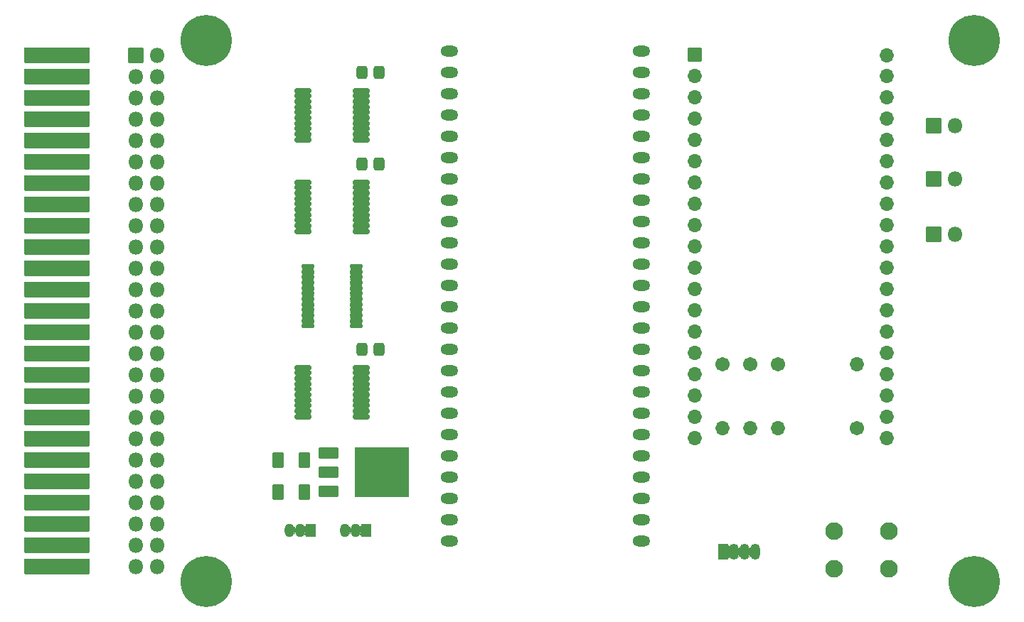
<source format=gbr>
%TF.GenerationSoftware,KiCad,Pcbnew,(6.0.5)*%
%TF.CreationDate,2022-06-04T10:33:37-07:00*%
%TF.ProjectId,TRS-IO-M1,5452532d-494f-42d4-9d31-2e6b69636164,rev?*%
%TF.SameCoordinates,Original*%
%TF.FileFunction,Soldermask,Top*%
%TF.FilePolarity,Negative*%
%FSLAX46Y46*%
G04 Gerber Fmt 4.6, Leading zero omitted, Abs format (unit mm)*
G04 Created by KiCad (PCBNEW (6.0.5)) date 2022-06-04 10:33:37*
%MOMM*%
%LPD*%
G01*
G04 APERTURE LIST*
G04 Aperture macros list*
%AMRoundRect*
0 Rectangle with rounded corners*
0 $1 Rounding radius*
0 $2 $3 $4 $5 $6 $7 $8 $9 X,Y pos of 4 corners*
0 Add a 4 corners polygon primitive as box body*
4,1,4,$2,$3,$4,$5,$6,$7,$8,$9,$2,$3,0*
0 Add four circle primitives for the rounded corners*
1,1,$1+$1,$2,$3*
1,1,$1+$1,$4,$5*
1,1,$1+$1,$6,$7*
1,1,$1+$1,$8,$9*
0 Add four rect primitives between the rounded corners*
20,1,$1+$1,$2,$3,$4,$5,0*
20,1,$1+$1,$4,$5,$6,$7,0*
20,1,$1+$1,$6,$7,$8,$9,0*
20,1,$1+$1,$8,$9,$2,$3,0*%
G04 Aperture macros list end*
%ADD10C,6.102000*%
%ADD11C,0.902000*%
%ADD12C,1.702000*%
%ADD13O,1.702000X1.702000*%
%ADD14RoundRect,0.301000X-0.337500X-0.475000X0.337500X-0.475000X0.337500X0.475000X-0.337500X0.475000X0*%
%ADD15O,2.102000X1.302000*%
%ADD16RoundRect,0.151000X-0.637500X-0.100000X0.637500X-0.100000X0.637500X0.100000X-0.637500X0.100000X0*%
%ADD17RoundRect,0.051000X0.525000X0.750000X-0.525000X0.750000X-0.525000X-0.750000X0.525000X-0.750000X0*%
%ADD18O,1.152000X1.602000*%
%ADD19RoundRect,0.051000X0.850000X-0.850000X0.850000X0.850000X-0.850000X0.850000X-0.850000X-0.850000X0*%
%ADD20O,1.802000X1.802000*%
%ADD21RoundRect,0.051000X-1.100000X-0.600000X1.100000X-0.600000X1.100000X0.600000X-1.100000X0.600000X0*%
%ADD22RoundRect,0.051000X-3.200000X-2.900000X3.200000X-2.900000X3.200000X2.900000X-3.200000X2.900000X0*%
%ADD23RoundRect,0.051000X-0.800000X-0.800000X0.800000X-0.800000X0.800000X0.800000X-0.800000X0.800000X0*%
%ADD24RoundRect,0.051000X3.810000X-0.889000X3.810000X0.889000X-3.810000X0.889000X-3.810000X-0.889000X0*%
%ADD25RoundRect,0.301000X0.412500X0.650000X-0.412500X0.650000X-0.412500X-0.650000X0.412500X-0.650000X0*%
%ADD26RoundRect,0.176000X-0.825000X-0.125000X0.825000X-0.125000X0.825000X0.125000X-0.825000X0.125000X0*%
%ADD27RoundRect,0.051000X-0.535000X-0.900000X0.535000X-0.900000X0.535000X0.900000X-0.535000X0.900000X0*%
%ADD28O,1.172000X1.902000*%
%ADD29RoundRect,0.051000X-0.850000X-0.850000X0.850000X-0.850000X0.850000X0.850000X-0.850000X0.850000X0*%
%ADD30C,2.102000*%
G04 APERTURE END LIST*
D10*
%TO.C,H1*%
X124714000Y-60960000D03*
D11*
X126304990Y-62550990D03*
X123123010Y-59369010D03*
X126964000Y-60960000D03*
X124714000Y-58710000D03*
X122464000Y-60960000D03*
X124714000Y-63210000D03*
X126304990Y-59369010D03*
X123123010Y-62550990D03*
%TD*%
%TO.C,H2*%
X217744990Y-62550990D03*
X218404000Y-60960000D03*
D10*
X216154000Y-60960000D03*
D11*
X213904000Y-60960000D03*
X214563010Y-62550990D03*
X214563010Y-59369010D03*
X217744990Y-59369010D03*
X216154000Y-63210000D03*
X216154000Y-58710000D03*
%TD*%
%TO.C,H3*%
X126964000Y-125476000D03*
X124714000Y-127726000D03*
X126304990Y-123885010D03*
X123123010Y-127066990D03*
D10*
X124714000Y-125476000D03*
D11*
X122464000Y-125476000D03*
X124714000Y-123226000D03*
X126304990Y-127066990D03*
X123123010Y-123885010D03*
%TD*%
%TO.C,H4*%
X217744990Y-123885010D03*
X213904000Y-125476000D03*
X217744990Y-127066990D03*
X216154000Y-127726000D03*
X214563010Y-123885010D03*
X218404000Y-125476000D03*
X216154000Y-123226000D03*
X214563010Y-127066990D03*
D10*
X216154000Y-125476000D03*
%TD*%
D12*
%TO.C,R1*%
X186182000Y-99568000D03*
D13*
X186182000Y-107188000D03*
%TD*%
D12*
%TO.C,R2*%
X192786000Y-99568000D03*
D13*
X192786000Y-107188000D03*
%TD*%
D14*
%TO.C,C2*%
X143234500Y-75692000D03*
X145309500Y-75692000D03*
%TD*%
D15*
%TO.C,U5*%
X153650000Y-62230000D03*
X153650000Y-64770000D03*
X153650000Y-67310000D03*
X153650000Y-69850000D03*
X153650000Y-72390000D03*
X153650000Y-74930000D03*
X153650000Y-77470000D03*
X153650000Y-80010000D03*
X153650000Y-82550000D03*
X153650000Y-85090000D03*
X153650000Y-87630000D03*
X153650000Y-90170000D03*
X153650000Y-92710000D03*
X153650000Y-95250000D03*
X153650000Y-97790000D03*
X153650000Y-100330000D03*
X153650000Y-102870000D03*
X153650000Y-105410000D03*
X153650000Y-107950000D03*
X153650000Y-110490000D03*
X153650000Y-113030000D03*
X153650000Y-115570000D03*
X153650000Y-118110000D03*
X153650000Y-120650000D03*
X176550000Y-120650000D03*
X176550000Y-118110000D03*
X176550000Y-115570000D03*
X176550000Y-113030000D03*
X176550000Y-110490000D03*
X176550000Y-107950000D03*
X176550000Y-105410000D03*
X176550000Y-102870000D03*
X176550000Y-100330000D03*
X176550000Y-97790000D03*
X176550000Y-95250000D03*
X176550000Y-92710000D03*
X176550000Y-90170000D03*
X176550000Y-87630000D03*
X176550000Y-85090000D03*
X176550000Y-82550000D03*
X176550000Y-80010000D03*
X176550000Y-77470000D03*
X176550000Y-74930000D03*
X176550000Y-72390000D03*
X176550000Y-69850000D03*
X176550000Y-67310000D03*
X176550000Y-64770000D03*
X176550000Y-62230000D03*
%TD*%
D16*
%TO.C,U1*%
X136837500Y-87865000D03*
X136837500Y-88515000D03*
X136837500Y-89165000D03*
X136837500Y-89815000D03*
X136837500Y-90465000D03*
X136837500Y-91115000D03*
X136837500Y-91765000D03*
X136837500Y-92415000D03*
X136837500Y-93065000D03*
X136837500Y-93715000D03*
X136837500Y-94365000D03*
X136837500Y-95015000D03*
X142562500Y-95015000D03*
X142562500Y-94365000D03*
X142562500Y-93715000D03*
X142562500Y-93065000D03*
X142562500Y-92415000D03*
X142562500Y-91765000D03*
X142562500Y-91115000D03*
X142562500Y-90465000D03*
X142562500Y-89815000D03*
X142562500Y-89165000D03*
X142562500Y-88515000D03*
X142562500Y-87865000D03*
%TD*%
D14*
%TO.C,C1*%
X143234500Y-64770000D03*
X145309500Y-64770000D03*
%TD*%
D17*
%TO.C,Q2*%
X143764000Y-119380000D03*
D18*
X142494000Y-119380000D03*
X141224000Y-119380000D03*
%TD*%
D19*
%TO.C,J4*%
X211328000Y-71120000D03*
D20*
X213868000Y-71120000D03*
%TD*%
D21*
%TO.C,U8*%
X139310000Y-110115000D03*
D22*
X145610000Y-112395000D03*
D21*
X139310000Y-112395000D03*
X139310000Y-114675000D03*
%TD*%
D23*
%TO.C,U6*%
X182880000Y-62645000D03*
D13*
X182880000Y-65185000D03*
X182880000Y-67725000D03*
X182880000Y-70265000D03*
X182880000Y-72805000D03*
X182880000Y-75345000D03*
X182880000Y-77885000D03*
X182880000Y-80425000D03*
X182880000Y-82965000D03*
X182880000Y-85505000D03*
X182880000Y-88045000D03*
X182880000Y-90585000D03*
X182880000Y-93125000D03*
X182880000Y-95665000D03*
X182880000Y-98205000D03*
X182880000Y-100745000D03*
X182880000Y-103285000D03*
X182880000Y-105825000D03*
X182880000Y-108365000D03*
X205740000Y-108365000D03*
X205740000Y-105825000D03*
X205740000Y-103285000D03*
X205740000Y-100745000D03*
X205740000Y-98205000D03*
X205740000Y-95665000D03*
X205740000Y-93125000D03*
X205740000Y-90585000D03*
X205740000Y-88045000D03*
X205740000Y-85505000D03*
X205740000Y-82965000D03*
X205740000Y-80425000D03*
X205740000Y-77885000D03*
X205740000Y-75345000D03*
X205740000Y-72805000D03*
X205740000Y-70265000D03*
X205740000Y-67725000D03*
X205740000Y-65185000D03*
X205740000Y-62708500D03*
%TD*%
D12*
%TO.C,R4*%
X202184000Y-107188000D03*
D13*
X202184000Y-99568000D03*
%TD*%
D24*
%TO.C,J1*%
X106934000Y-123698000D03*
X106934000Y-121158000D03*
X106934000Y-118618000D03*
X106934000Y-116078000D03*
X106934000Y-113538000D03*
X106934000Y-110998000D03*
X106934000Y-108458000D03*
X106934000Y-105918000D03*
X106934000Y-103378000D03*
X106934000Y-100838000D03*
X106934000Y-98298000D03*
X106934000Y-95758000D03*
X106934000Y-93218000D03*
X106934000Y-90678000D03*
X106934000Y-88138000D03*
X106934000Y-85598000D03*
X106934000Y-83058000D03*
X106934000Y-80518000D03*
X106934000Y-77978000D03*
X106934000Y-75438000D03*
X106934000Y-72898000D03*
X106934000Y-70358000D03*
X106934000Y-67818000D03*
X106934000Y-65278000D03*
X106934000Y-62738000D03*
%TD*%
D19*
%TO.C,J5*%
X211328000Y-84074000D03*
D20*
X213868000Y-84074000D03*
%TD*%
D14*
%TO.C,C3*%
X143234500Y-97790000D03*
X145309500Y-97790000D03*
%TD*%
D19*
%TO.C,J3*%
X211328000Y-77470000D03*
D20*
X213868000Y-77470000D03*
%TD*%
D25*
%TO.C,C4*%
X136436500Y-110998000D03*
X133311500Y-110998000D03*
%TD*%
D12*
%TO.C,R3*%
X189484000Y-99568000D03*
D13*
X189484000Y-107188000D03*
%TD*%
D26*
%TO.C,U2*%
X136200000Y-66925000D03*
X136200000Y-67575000D03*
X136200000Y-68225000D03*
X136200000Y-68875000D03*
X136200000Y-69525000D03*
X136200000Y-70175000D03*
X136200000Y-70825000D03*
X136200000Y-71475000D03*
X136200000Y-72125000D03*
X136200000Y-72775000D03*
X143200000Y-72775000D03*
X143200000Y-72125000D03*
X143200000Y-71475000D03*
X143200000Y-70825000D03*
X143200000Y-70175000D03*
X143200000Y-69525000D03*
X143200000Y-68875000D03*
X143200000Y-68225000D03*
X143200000Y-67575000D03*
X143200000Y-66925000D03*
%TD*%
D27*
%TO.C,D1*%
X186314000Y-121920000D03*
D28*
X187584000Y-121920000D03*
X188854000Y-121920000D03*
X190124000Y-121920000D03*
%TD*%
D26*
%TO.C,U3*%
X136200000Y-99945000D03*
X136200000Y-100595000D03*
X136200000Y-101245000D03*
X136200000Y-101895000D03*
X136200000Y-102545000D03*
X136200000Y-103195000D03*
X136200000Y-103845000D03*
X136200000Y-104495000D03*
X136200000Y-105145000D03*
X136200000Y-105795000D03*
X143200000Y-105795000D03*
X143200000Y-105145000D03*
X143200000Y-104495000D03*
X143200000Y-103845000D03*
X143200000Y-103195000D03*
X143200000Y-102545000D03*
X143200000Y-101895000D03*
X143200000Y-101245000D03*
X143200000Y-100595000D03*
X143200000Y-99945000D03*
%TD*%
D17*
%TO.C,Q1*%
X137160000Y-119380000D03*
D18*
X135890000Y-119380000D03*
X134620000Y-119380000D03*
%TD*%
D20*
%TO.C,J2*%
X118867000Y-123703000D03*
X116327000Y-123703000D03*
X118867000Y-121163000D03*
X116327000Y-121163000D03*
X118867000Y-118623000D03*
X116327000Y-118623000D03*
X118867000Y-116083000D03*
X116327000Y-116083000D03*
X118867000Y-113543000D03*
X116327000Y-113543000D03*
X118867000Y-111003000D03*
X116327000Y-111003000D03*
X118867000Y-108463000D03*
X116327000Y-108463000D03*
X118867000Y-105923000D03*
X116327000Y-105923000D03*
X118867000Y-103383000D03*
X116327000Y-103383000D03*
X118867000Y-100843000D03*
X116327000Y-100843000D03*
X118867000Y-98303000D03*
X116327000Y-98303000D03*
X118867000Y-95763000D03*
X116327000Y-95763000D03*
X118867000Y-93223000D03*
X116327000Y-93223000D03*
X118867000Y-90683000D03*
X116327000Y-90683000D03*
X118867000Y-88143000D03*
X116327000Y-88143000D03*
X118867000Y-85603000D03*
X116327000Y-85603000D03*
X118867000Y-83063000D03*
X116327000Y-83063000D03*
X118867000Y-80523000D03*
X116327000Y-80523000D03*
X118867000Y-77983000D03*
X116327000Y-77983000D03*
X118867000Y-75443000D03*
X116327000Y-75443000D03*
X118867000Y-72903000D03*
X116327000Y-72903000D03*
X118867000Y-70363000D03*
X116327000Y-70363000D03*
X118867000Y-67823000D03*
X116327000Y-67823000D03*
X118867000Y-65283000D03*
X116327000Y-65283000D03*
X118867000Y-62743000D03*
D29*
X116327000Y-62743000D03*
%TD*%
D30*
%TO.C,SW1*%
X205994000Y-123952000D03*
X199494000Y-123952000D03*
X205994000Y-119452000D03*
X199494000Y-119452000D03*
%TD*%
D26*
%TO.C,U4*%
X136200000Y-77847000D03*
X136200000Y-78497000D03*
X136200000Y-79147000D03*
X136200000Y-79797000D03*
X136200000Y-80447000D03*
X136200000Y-81097000D03*
X136200000Y-81747000D03*
X136200000Y-82397000D03*
X136200000Y-83047000D03*
X136200000Y-83697000D03*
X143200000Y-83697000D03*
X143200000Y-83047000D03*
X143200000Y-82397000D03*
X143200000Y-81747000D03*
X143200000Y-81097000D03*
X143200000Y-80447000D03*
X143200000Y-79797000D03*
X143200000Y-79147000D03*
X143200000Y-78497000D03*
X143200000Y-77847000D03*
%TD*%
D25*
%TO.C,C5*%
X136436500Y-114808000D03*
X133311500Y-114808000D03*
%TD*%
G36*
X186901919Y-121122267D02*
G01*
X186921595Y-121189279D01*
X186973938Y-121234634D01*
X187042491Y-121244491D01*
X187105647Y-121215648D01*
X187125702Y-121193450D01*
X187147559Y-121162350D01*
X187147880Y-121161993D01*
X187156637Y-121154354D01*
X187158600Y-121153969D01*
X187159915Y-121155476D01*
X187159539Y-121157079D01*
X187078255Y-121263010D01*
X187019916Y-121403854D01*
X187000000Y-121555132D01*
X187000000Y-122284868D01*
X187019916Y-122436146D01*
X187078255Y-122576990D01*
X187157646Y-122680455D01*
X187157907Y-122682438D01*
X187156320Y-122683656D01*
X187154728Y-122683166D01*
X187143790Y-122673420D01*
X187143473Y-122673060D01*
X187126528Y-122648406D01*
X187072578Y-122604506D01*
X187003750Y-122596775D01*
X186941671Y-122627481D01*
X186905962Y-122687018D01*
X186901984Y-122718092D01*
X186900772Y-122719683D01*
X186898788Y-122719429D01*
X186898000Y-122717838D01*
X186898000Y-121122830D01*
X186899000Y-121121098D01*
X186901000Y-121121098D01*
X186901919Y-121122267D01*
G37*
G36*
X189613359Y-121273141D02*
G01*
X189613393Y-121274748D01*
X189559916Y-121403854D01*
X189540000Y-121555132D01*
X189540000Y-122284868D01*
X189559916Y-122436146D01*
X189612204Y-122562380D01*
X189611943Y-122564363D01*
X189610095Y-122565128D01*
X189608708Y-122564278D01*
X189595993Y-122545778D01*
X189595466Y-122545820D01*
X189594730Y-122545220D01*
X189561864Y-122501704D01*
X189496869Y-122477778D01*
X189429259Y-122492789D01*
X189380329Y-122542137D01*
X189374003Y-122555800D01*
X189371504Y-122562209D01*
X189371277Y-122562633D01*
X189368091Y-122567167D01*
X189366277Y-122568009D01*
X189364641Y-122566859D01*
X189364607Y-122565252D01*
X189418084Y-122436146D01*
X189438000Y-122284868D01*
X189438000Y-121555132D01*
X189418084Y-121403854D01*
X189365796Y-121277620D01*
X189366057Y-121275637D01*
X189367905Y-121274872D01*
X189369292Y-121275722D01*
X189382007Y-121294222D01*
X189382534Y-121294180D01*
X189383270Y-121294780D01*
X189416136Y-121338296D01*
X189481131Y-121362222D01*
X189548741Y-121347211D01*
X189597671Y-121297863D01*
X189603997Y-121284200D01*
X189606496Y-121277791D01*
X189606723Y-121277367D01*
X189609909Y-121272833D01*
X189611723Y-121271991D01*
X189613359Y-121273141D01*
G37*
G36*
X188343359Y-121273141D02*
G01*
X188343393Y-121274748D01*
X188289916Y-121403854D01*
X188270000Y-121555132D01*
X188270000Y-122284868D01*
X188289916Y-122436146D01*
X188342204Y-122562380D01*
X188341943Y-122564363D01*
X188340095Y-122565128D01*
X188338708Y-122564278D01*
X188325993Y-122545778D01*
X188325466Y-122545820D01*
X188324730Y-122545220D01*
X188291864Y-122501704D01*
X188226869Y-122477778D01*
X188159259Y-122492789D01*
X188110329Y-122542137D01*
X188104003Y-122555800D01*
X188101504Y-122562209D01*
X188101277Y-122562633D01*
X188098091Y-122567167D01*
X188096277Y-122568009D01*
X188094641Y-122566859D01*
X188094607Y-122565252D01*
X188148084Y-122436146D01*
X188168000Y-122284868D01*
X188168000Y-121555132D01*
X188148084Y-121403854D01*
X188095796Y-121277620D01*
X188096057Y-121275637D01*
X188097905Y-121274872D01*
X188099292Y-121275722D01*
X188112007Y-121294222D01*
X188112534Y-121294180D01*
X188113270Y-121294780D01*
X188146136Y-121338296D01*
X188211131Y-121362222D01*
X188278741Y-121347211D01*
X188327671Y-121297863D01*
X188333997Y-121284200D01*
X188336496Y-121277791D01*
X188336723Y-121277367D01*
X188339909Y-121272833D01*
X188341723Y-121271991D01*
X188343359Y-121273141D01*
G37*
G36*
X136585212Y-118752649D02*
G01*
X136586000Y-118754240D01*
X136586000Y-120005678D01*
X136585000Y-120007410D01*
X136583000Y-120007410D01*
X136582081Y-120006241D01*
X136562405Y-119939229D01*
X136510062Y-119893874D01*
X136441509Y-119884017D01*
X136378352Y-119912860D01*
X136363437Y-119929370D01*
X136361534Y-119929985D01*
X136360050Y-119928644D01*
X136360366Y-119926811D01*
X136387085Y-119891990D01*
X136444424Y-119753558D01*
X136464000Y-119604868D01*
X136464000Y-119155132D01*
X136444424Y-119006442D01*
X136387085Y-118868010D01*
X136356125Y-118827662D01*
X136355864Y-118825679D01*
X136357451Y-118824461D01*
X136358974Y-118824893D01*
X136411421Y-118867572D01*
X136480249Y-118875303D01*
X136542328Y-118844598D01*
X136578038Y-118785061D01*
X136582016Y-118753986D01*
X136583228Y-118752395D01*
X136585212Y-118752649D01*
G37*
G36*
X143189212Y-118752649D02*
G01*
X143190000Y-118754240D01*
X143190000Y-120005678D01*
X143189000Y-120007410D01*
X143187000Y-120007410D01*
X143186081Y-120006241D01*
X143166405Y-119939229D01*
X143114062Y-119893874D01*
X143045509Y-119884017D01*
X142982352Y-119912860D01*
X142967437Y-119929370D01*
X142965534Y-119929985D01*
X142964050Y-119928644D01*
X142964366Y-119926811D01*
X142991085Y-119891990D01*
X143048424Y-119753558D01*
X143068000Y-119604868D01*
X143068000Y-119155132D01*
X143048424Y-119006442D01*
X142991085Y-118868010D01*
X142960125Y-118827662D01*
X142959864Y-118825679D01*
X142961451Y-118824461D01*
X142962974Y-118824893D01*
X143015421Y-118867572D01*
X143084249Y-118875303D01*
X143146328Y-118844598D01*
X143182038Y-118785061D01*
X143186016Y-118753986D01*
X143187228Y-118752395D01*
X143189212Y-118752649D01*
G37*
G36*
X135388076Y-118878004D02*
G01*
X135388110Y-118879611D01*
X135335576Y-119006442D01*
X135316000Y-119155132D01*
X135316000Y-119604868D01*
X135335576Y-119753558D01*
X135386941Y-119877565D01*
X135386680Y-119879548D01*
X135384832Y-119880313D01*
X135383445Y-119879463D01*
X135378707Y-119872570D01*
X135378484Y-119872144D01*
X135369930Y-119849506D01*
X135328008Y-119794002D01*
X135263013Y-119770075D01*
X135195403Y-119785087D01*
X135146474Y-119834436D01*
X135140149Y-119848094D01*
X135128689Y-119877487D01*
X135128462Y-119877910D01*
X135125374Y-119882304D01*
X135123560Y-119883146D01*
X135121924Y-119881996D01*
X135121890Y-119880389D01*
X135174424Y-119753558D01*
X135194000Y-119604868D01*
X135194000Y-119155132D01*
X135174424Y-119006442D01*
X135123059Y-118882435D01*
X135123320Y-118880452D01*
X135125168Y-118879687D01*
X135126555Y-118880537D01*
X135131293Y-118887430D01*
X135131516Y-118887856D01*
X135140070Y-118910494D01*
X135181992Y-118965998D01*
X135246987Y-118989925D01*
X135314597Y-118974913D01*
X135363526Y-118925564D01*
X135369851Y-118911906D01*
X135381311Y-118882513D01*
X135381538Y-118882090D01*
X135384626Y-118877696D01*
X135386440Y-118876854D01*
X135388076Y-118878004D01*
G37*
G36*
X141992076Y-118878004D02*
G01*
X141992110Y-118879611D01*
X141939576Y-119006442D01*
X141920000Y-119155132D01*
X141920000Y-119604868D01*
X141939576Y-119753558D01*
X141990941Y-119877565D01*
X141990680Y-119879548D01*
X141988832Y-119880313D01*
X141987445Y-119879463D01*
X141982707Y-119872570D01*
X141982484Y-119872144D01*
X141973930Y-119849506D01*
X141932008Y-119794002D01*
X141867013Y-119770075D01*
X141799403Y-119785087D01*
X141750474Y-119834436D01*
X141744149Y-119848094D01*
X141732689Y-119877487D01*
X141732462Y-119877910D01*
X141729374Y-119882304D01*
X141727560Y-119883146D01*
X141725924Y-119881996D01*
X141725890Y-119880389D01*
X141778424Y-119753558D01*
X141798000Y-119604868D01*
X141798000Y-119155132D01*
X141778424Y-119006442D01*
X141727059Y-118882435D01*
X141727320Y-118880452D01*
X141729168Y-118879687D01*
X141730555Y-118880537D01*
X141735293Y-118887430D01*
X141735516Y-118887856D01*
X141744070Y-118910494D01*
X141785992Y-118965998D01*
X141850987Y-118989925D01*
X141918597Y-118974913D01*
X141967526Y-118925564D01*
X141973851Y-118911906D01*
X141985311Y-118882513D01*
X141985538Y-118882090D01*
X141988626Y-118877696D01*
X141990440Y-118876854D01*
X141992076Y-118878004D01*
G37*
G36*
X144149250Y-105395788D02*
G01*
X144149010Y-105396876D01*
X144123353Y-105443961D01*
X144128359Y-105513114D01*
X144146594Y-105541433D01*
X144146690Y-105543431D01*
X144145009Y-105544514D01*
X144143801Y-105544179D01*
X144091573Y-105509282D01*
X144024801Y-105496000D01*
X142375199Y-105496000D01*
X142308427Y-105509282D01*
X142253857Y-105545744D01*
X142251861Y-105545875D01*
X142250750Y-105544212D01*
X142250990Y-105543124D01*
X142276647Y-105496039D01*
X142271641Y-105426886D01*
X142253406Y-105398567D01*
X142253310Y-105396569D01*
X142254991Y-105395486D01*
X142256199Y-105395821D01*
X142308427Y-105430718D01*
X142375199Y-105444000D01*
X144024801Y-105444000D01*
X144091573Y-105430718D01*
X144146143Y-105394256D01*
X144148139Y-105394125D01*
X144149250Y-105395788D01*
G37*
G36*
X137149250Y-105395788D02*
G01*
X137149010Y-105396876D01*
X137123353Y-105443961D01*
X137128359Y-105513114D01*
X137146594Y-105541433D01*
X137146690Y-105543431D01*
X137145009Y-105544514D01*
X137143801Y-105544179D01*
X137091573Y-105509282D01*
X137024801Y-105496000D01*
X135375199Y-105496000D01*
X135308427Y-105509282D01*
X135253857Y-105545744D01*
X135251861Y-105545875D01*
X135250750Y-105544212D01*
X135250990Y-105543124D01*
X135276647Y-105496039D01*
X135271641Y-105426886D01*
X135253406Y-105398567D01*
X135253310Y-105396569D01*
X135254991Y-105395486D01*
X135256199Y-105395821D01*
X135308427Y-105430718D01*
X135375199Y-105444000D01*
X137024801Y-105444000D01*
X137091573Y-105430718D01*
X137146143Y-105394256D01*
X137148139Y-105394125D01*
X137149250Y-105395788D01*
G37*
G36*
X137149250Y-104745788D02*
G01*
X137149010Y-104746876D01*
X137123353Y-104793961D01*
X137128359Y-104863114D01*
X137146594Y-104891433D01*
X137146690Y-104893431D01*
X137145009Y-104894514D01*
X137143801Y-104894179D01*
X137091573Y-104859282D01*
X137024801Y-104846000D01*
X135375199Y-104846000D01*
X135308427Y-104859282D01*
X135253857Y-104895744D01*
X135251861Y-104895875D01*
X135250750Y-104894212D01*
X135250990Y-104893124D01*
X135276647Y-104846039D01*
X135271641Y-104776886D01*
X135253406Y-104748567D01*
X135253310Y-104746569D01*
X135254991Y-104745486D01*
X135256199Y-104745821D01*
X135308427Y-104780718D01*
X135375199Y-104794000D01*
X137024801Y-104794000D01*
X137091573Y-104780718D01*
X137146143Y-104744256D01*
X137148139Y-104744125D01*
X137149250Y-104745788D01*
G37*
G36*
X144149250Y-104745788D02*
G01*
X144149010Y-104746876D01*
X144123353Y-104793961D01*
X144128359Y-104863114D01*
X144146594Y-104891433D01*
X144146690Y-104893431D01*
X144145009Y-104894514D01*
X144143801Y-104894179D01*
X144091573Y-104859282D01*
X144024801Y-104846000D01*
X142375199Y-104846000D01*
X142308427Y-104859282D01*
X142253857Y-104895744D01*
X142251861Y-104895875D01*
X142250750Y-104894212D01*
X142250990Y-104893124D01*
X142276647Y-104846039D01*
X142271641Y-104776886D01*
X142253406Y-104748567D01*
X142253310Y-104746569D01*
X142254991Y-104745486D01*
X142256199Y-104745821D01*
X142308427Y-104780718D01*
X142375199Y-104794000D01*
X144024801Y-104794000D01*
X144091573Y-104780718D01*
X144146143Y-104744256D01*
X144148139Y-104744125D01*
X144149250Y-104745788D01*
G37*
G36*
X144149250Y-104095788D02*
G01*
X144149010Y-104096876D01*
X144123353Y-104143961D01*
X144128359Y-104213114D01*
X144146594Y-104241433D01*
X144146690Y-104243431D01*
X144145009Y-104244514D01*
X144143801Y-104244179D01*
X144091573Y-104209282D01*
X144024801Y-104196000D01*
X142375199Y-104196000D01*
X142308427Y-104209282D01*
X142253857Y-104245744D01*
X142251861Y-104245875D01*
X142250750Y-104244212D01*
X142250990Y-104243124D01*
X142276647Y-104196039D01*
X142271641Y-104126886D01*
X142253406Y-104098567D01*
X142253310Y-104096569D01*
X142254991Y-104095486D01*
X142256199Y-104095821D01*
X142308427Y-104130718D01*
X142375199Y-104144000D01*
X144024801Y-104144000D01*
X144091573Y-104130718D01*
X144146143Y-104094256D01*
X144148139Y-104094125D01*
X144149250Y-104095788D01*
G37*
G36*
X137149250Y-104095788D02*
G01*
X137149010Y-104096876D01*
X137123353Y-104143961D01*
X137128359Y-104213114D01*
X137146594Y-104241433D01*
X137146690Y-104243431D01*
X137145009Y-104244514D01*
X137143801Y-104244179D01*
X137091573Y-104209282D01*
X137024801Y-104196000D01*
X135375199Y-104196000D01*
X135308427Y-104209282D01*
X135253857Y-104245744D01*
X135251861Y-104245875D01*
X135250750Y-104244212D01*
X135250990Y-104243124D01*
X135276647Y-104196039D01*
X135271641Y-104126886D01*
X135253406Y-104098567D01*
X135253310Y-104096569D01*
X135254991Y-104095486D01*
X135256199Y-104095821D01*
X135308427Y-104130718D01*
X135375199Y-104144000D01*
X137024801Y-104144000D01*
X137091573Y-104130718D01*
X137146143Y-104094256D01*
X137148139Y-104094125D01*
X137149250Y-104095788D01*
G37*
G36*
X144149250Y-103445788D02*
G01*
X144149010Y-103446876D01*
X144123353Y-103493961D01*
X144128359Y-103563114D01*
X144146594Y-103591433D01*
X144146690Y-103593431D01*
X144145009Y-103594514D01*
X144143801Y-103594179D01*
X144091573Y-103559282D01*
X144024801Y-103546000D01*
X142375199Y-103546000D01*
X142308427Y-103559282D01*
X142253857Y-103595744D01*
X142251861Y-103595875D01*
X142250750Y-103594212D01*
X142250990Y-103593124D01*
X142276647Y-103546039D01*
X142271641Y-103476886D01*
X142253406Y-103448567D01*
X142253310Y-103446569D01*
X142254991Y-103445486D01*
X142256199Y-103445821D01*
X142308427Y-103480718D01*
X142375199Y-103494000D01*
X144024801Y-103494000D01*
X144091573Y-103480718D01*
X144146143Y-103444256D01*
X144148139Y-103444125D01*
X144149250Y-103445788D01*
G37*
G36*
X137149250Y-103445788D02*
G01*
X137149010Y-103446876D01*
X137123353Y-103493961D01*
X137128359Y-103563114D01*
X137146594Y-103591433D01*
X137146690Y-103593431D01*
X137145009Y-103594514D01*
X137143801Y-103594179D01*
X137091573Y-103559282D01*
X137024801Y-103546000D01*
X135375199Y-103546000D01*
X135308427Y-103559282D01*
X135253857Y-103595744D01*
X135251861Y-103595875D01*
X135250750Y-103594212D01*
X135250990Y-103593124D01*
X135276647Y-103546039D01*
X135271641Y-103476886D01*
X135253406Y-103448567D01*
X135253310Y-103446569D01*
X135254991Y-103445486D01*
X135256199Y-103445821D01*
X135308427Y-103480718D01*
X135375199Y-103494000D01*
X137024801Y-103494000D01*
X137091573Y-103480718D01*
X137146143Y-103444256D01*
X137148139Y-103444125D01*
X137149250Y-103445788D01*
G37*
G36*
X144149250Y-102795788D02*
G01*
X144149010Y-102796876D01*
X144123353Y-102843961D01*
X144128359Y-102913114D01*
X144146594Y-102941433D01*
X144146690Y-102943431D01*
X144145009Y-102944514D01*
X144143801Y-102944179D01*
X144091573Y-102909282D01*
X144024801Y-102896000D01*
X142375199Y-102896000D01*
X142308427Y-102909282D01*
X142253857Y-102945744D01*
X142251861Y-102945875D01*
X142250750Y-102944212D01*
X142250990Y-102943124D01*
X142276647Y-102896039D01*
X142271641Y-102826886D01*
X142253406Y-102798567D01*
X142253310Y-102796569D01*
X142254991Y-102795486D01*
X142256199Y-102795821D01*
X142308427Y-102830718D01*
X142375199Y-102844000D01*
X144024801Y-102844000D01*
X144091573Y-102830718D01*
X144146143Y-102794256D01*
X144148139Y-102794125D01*
X144149250Y-102795788D01*
G37*
G36*
X137149250Y-102795788D02*
G01*
X137149010Y-102796876D01*
X137123353Y-102843961D01*
X137128359Y-102913114D01*
X137146594Y-102941433D01*
X137146690Y-102943431D01*
X137145009Y-102944514D01*
X137143801Y-102944179D01*
X137091573Y-102909282D01*
X137024801Y-102896000D01*
X135375199Y-102896000D01*
X135308427Y-102909282D01*
X135253857Y-102945744D01*
X135251861Y-102945875D01*
X135250750Y-102944212D01*
X135250990Y-102943124D01*
X135276647Y-102896039D01*
X135271641Y-102826886D01*
X135253406Y-102798567D01*
X135253310Y-102796569D01*
X135254991Y-102795486D01*
X135256199Y-102795821D01*
X135308427Y-102830718D01*
X135375199Y-102844000D01*
X137024801Y-102844000D01*
X137091573Y-102830718D01*
X137146143Y-102794256D01*
X137148139Y-102794125D01*
X137149250Y-102795788D01*
G37*
G36*
X144149250Y-102145788D02*
G01*
X144149010Y-102146876D01*
X144123353Y-102193961D01*
X144128359Y-102263114D01*
X144146594Y-102291433D01*
X144146690Y-102293431D01*
X144145009Y-102294514D01*
X144143801Y-102294179D01*
X144091573Y-102259282D01*
X144024801Y-102246000D01*
X142375199Y-102246000D01*
X142308427Y-102259282D01*
X142253857Y-102295744D01*
X142251861Y-102295875D01*
X142250750Y-102294212D01*
X142250990Y-102293124D01*
X142276647Y-102246039D01*
X142271641Y-102176886D01*
X142253406Y-102148567D01*
X142253310Y-102146569D01*
X142254991Y-102145486D01*
X142256199Y-102145821D01*
X142308427Y-102180718D01*
X142375199Y-102194000D01*
X144024801Y-102194000D01*
X144091573Y-102180718D01*
X144146143Y-102144256D01*
X144148139Y-102144125D01*
X144149250Y-102145788D01*
G37*
G36*
X137149250Y-102145788D02*
G01*
X137149010Y-102146876D01*
X137123353Y-102193961D01*
X137128359Y-102263114D01*
X137146594Y-102291433D01*
X137146690Y-102293431D01*
X137145009Y-102294514D01*
X137143801Y-102294179D01*
X137091573Y-102259282D01*
X137024801Y-102246000D01*
X135375199Y-102246000D01*
X135308427Y-102259282D01*
X135253857Y-102295744D01*
X135251861Y-102295875D01*
X135250750Y-102294212D01*
X135250990Y-102293124D01*
X135276647Y-102246039D01*
X135271641Y-102176886D01*
X135253406Y-102148567D01*
X135253310Y-102146569D01*
X135254991Y-102145486D01*
X135256199Y-102145821D01*
X135308427Y-102180718D01*
X135375199Y-102194000D01*
X137024801Y-102194000D01*
X137091573Y-102180718D01*
X137146143Y-102144256D01*
X137148139Y-102144125D01*
X137149250Y-102145788D01*
G37*
G36*
X137149250Y-101495788D02*
G01*
X137149010Y-101496876D01*
X137123353Y-101543961D01*
X137128359Y-101613114D01*
X137146594Y-101641433D01*
X137146690Y-101643431D01*
X137145009Y-101644514D01*
X137143801Y-101644179D01*
X137091573Y-101609282D01*
X137024801Y-101596000D01*
X135375199Y-101596000D01*
X135308427Y-101609282D01*
X135253857Y-101645744D01*
X135251861Y-101645875D01*
X135250750Y-101644212D01*
X135250990Y-101643124D01*
X135276647Y-101596039D01*
X135271641Y-101526886D01*
X135253406Y-101498567D01*
X135253310Y-101496569D01*
X135254991Y-101495486D01*
X135256199Y-101495821D01*
X135308427Y-101530718D01*
X135375199Y-101544000D01*
X137024801Y-101544000D01*
X137091573Y-101530718D01*
X137146143Y-101494256D01*
X137148139Y-101494125D01*
X137149250Y-101495788D01*
G37*
G36*
X144149250Y-101495788D02*
G01*
X144149010Y-101496876D01*
X144123353Y-101543961D01*
X144128359Y-101613114D01*
X144146594Y-101641433D01*
X144146690Y-101643431D01*
X144145009Y-101644514D01*
X144143801Y-101644179D01*
X144091573Y-101609282D01*
X144024801Y-101596000D01*
X142375199Y-101596000D01*
X142308427Y-101609282D01*
X142253857Y-101645744D01*
X142251861Y-101645875D01*
X142250750Y-101644212D01*
X142250990Y-101643124D01*
X142276647Y-101596039D01*
X142271641Y-101526886D01*
X142253406Y-101498567D01*
X142253310Y-101496569D01*
X142254991Y-101495486D01*
X142256199Y-101495821D01*
X142308427Y-101530718D01*
X142375199Y-101544000D01*
X144024801Y-101544000D01*
X144091573Y-101530718D01*
X144146143Y-101494256D01*
X144148139Y-101494125D01*
X144149250Y-101495788D01*
G37*
G36*
X137149250Y-100845788D02*
G01*
X137149010Y-100846876D01*
X137123353Y-100893961D01*
X137128359Y-100963114D01*
X137146594Y-100991433D01*
X137146690Y-100993431D01*
X137145009Y-100994514D01*
X137143801Y-100994179D01*
X137091573Y-100959282D01*
X137024801Y-100946000D01*
X135375199Y-100946000D01*
X135308427Y-100959282D01*
X135253857Y-100995744D01*
X135251861Y-100995875D01*
X135250750Y-100994212D01*
X135250990Y-100993124D01*
X135276647Y-100946039D01*
X135271641Y-100876886D01*
X135253406Y-100848567D01*
X135253310Y-100846569D01*
X135254991Y-100845486D01*
X135256199Y-100845821D01*
X135308427Y-100880718D01*
X135375199Y-100894000D01*
X137024801Y-100894000D01*
X137091573Y-100880718D01*
X137146143Y-100844256D01*
X137148139Y-100844125D01*
X137149250Y-100845788D01*
G37*
G36*
X144149250Y-100845788D02*
G01*
X144149010Y-100846876D01*
X144123353Y-100893961D01*
X144128359Y-100963114D01*
X144146594Y-100991433D01*
X144146690Y-100993431D01*
X144145009Y-100994514D01*
X144143801Y-100994179D01*
X144091573Y-100959282D01*
X144024801Y-100946000D01*
X142375199Y-100946000D01*
X142308427Y-100959282D01*
X142253857Y-100995744D01*
X142251861Y-100995875D01*
X142250750Y-100994212D01*
X142250990Y-100993124D01*
X142276647Y-100946039D01*
X142271641Y-100876886D01*
X142253406Y-100848567D01*
X142253310Y-100846569D01*
X142254991Y-100845486D01*
X142256199Y-100845821D01*
X142308427Y-100880718D01*
X142375199Y-100894000D01*
X144024801Y-100894000D01*
X144091573Y-100880718D01*
X144146143Y-100844256D01*
X144148139Y-100844125D01*
X144149250Y-100845788D01*
G37*
G36*
X137149250Y-100195788D02*
G01*
X137149010Y-100196876D01*
X137123353Y-100243961D01*
X137128359Y-100313114D01*
X137146594Y-100341433D01*
X137146690Y-100343431D01*
X137145009Y-100344514D01*
X137143801Y-100344179D01*
X137091573Y-100309282D01*
X137024801Y-100296000D01*
X135375199Y-100296000D01*
X135308427Y-100309282D01*
X135253857Y-100345744D01*
X135251861Y-100345875D01*
X135250750Y-100344212D01*
X135250990Y-100343124D01*
X135276647Y-100296039D01*
X135271641Y-100226886D01*
X135253406Y-100198567D01*
X135253310Y-100196569D01*
X135254991Y-100195486D01*
X135256199Y-100195821D01*
X135308427Y-100230718D01*
X135375199Y-100244000D01*
X137024801Y-100244000D01*
X137091573Y-100230718D01*
X137146143Y-100194256D01*
X137148139Y-100194125D01*
X137149250Y-100195788D01*
G37*
G36*
X144149250Y-100195788D02*
G01*
X144149010Y-100196876D01*
X144123353Y-100243961D01*
X144128359Y-100313114D01*
X144146594Y-100341433D01*
X144146690Y-100343431D01*
X144145009Y-100344514D01*
X144143801Y-100344179D01*
X144091573Y-100309282D01*
X144024801Y-100296000D01*
X142375199Y-100296000D01*
X142308427Y-100309282D01*
X142253857Y-100345744D01*
X142251861Y-100345875D01*
X142250750Y-100344212D01*
X142250990Y-100343124D01*
X142276647Y-100296039D01*
X142271641Y-100226886D01*
X142253406Y-100198567D01*
X142253310Y-100196569D01*
X142254991Y-100195486D01*
X142256199Y-100195821D01*
X142308427Y-100230718D01*
X142375199Y-100244000D01*
X144024801Y-100244000D01*
X144091573Y-100230718D01*
X144146143Y-100194256D01*
X144148139Y-100194125D01*
X144149250Y-100195788D01*
G37*
G36*
X143277587Y-94592477D02*
G01*
X143277126Y-94593891D01*
X143237803Y-94640944D01*
X143229170Y-94709660D01*
X143259133Y-94772289D01*
X143267803Y-94779800D01*
X143268457Y-94781690D01*
X143267147Y-94783202D01*
X143265382Y-94782975D01*
X143257006Y-94777379D01*
X143199801Y-94766000D01*
X141925199Y-94766000D01*
X141867994Y-94777379D01*
X141850520Y-94789055D01*
X141848524Y-94789186D01*
X141847413Y-94787523D01*
X141847874Y-94786109D01*
X141887197Y-94739056D01*
X141895830Y-94670340D01*
X141865867Y-94607711D01*
X141857197Y-94600200D01*
X141856543Y-94598310D01*
X141857853Y-94596798D01*
X141859618Y-94597025D01*
X141867994Y-94602621D01*
X141925199Y-94614000D01*
X143199801Y-94614000D01*
X143257006Y-94602621D01*
X143274480Y-94590945D01*
X143276476Y-94590814D01*
X143277587Y-94592477D01*
G37*
G36*
X137552587Y-94592477D02*
G01*
X137552126Y-94593891D01*
X137512803Y-94640944D01*
X137504170Y-94709660D01*
X137534133Y-94772289D01*
X137542803Y-94779800D01*
X137543457Y-94781690D01*
X137542147Y-94783202D01*
X137540382Y-94782975D01*
X137532006Y-94777379D01*
X137474801Y-94766000D01*
X136200199Y-94766000D01*
X136142994Y-94777379D01*
X136125520Y-94789055D01*
X136123524Y-94789186D01*
X136122413Y-94787523D01*
X136122874Y-94786109D01*
X136162197Y-94739056D01*
X136170830Y-94670340D01*
X136140867Y-94607711D01*
X136132197Y-94600200D01*
X136131543Y-94598310D01*
X136132853Y-94596798D01*
X136134618Y-94597025D01*
X136142994Y-94602621D01*
X136200199Y-94614000D01*
X137474801Y-94614000D01*
X137532006Y-94602621D01*
X137549480Y-94590945D01*
X137551476Y-94590814D01*
X137552587Y-94592477D01*
G37*
G36*
X137552587Y-93942477D02*
G01*
X137552126Y-93943891D01*
X137512803Y-93990944D01*
X137504170Y-94059660D01*
X137534133Y-94122289D01*
X137542803Y-94129800D01*
X137543457Y-94131690D01*
X137542147Y-94133202D01*
X137540382Y-94132975D01*
X137532006Y-94127379D01*
X137474801Y-94116000D01*
X136200199Y-94116000D01*
X136142994Y-94127379D01*
X136125520Y-94139055D01*
X136123524Y-94139186D01*
X136122413Y-94137523D01*
X136122874Y-94136109D01*
X136162197Y-94089056D01*
X136170830Y-94020340D01*
X136140867Y-93957711D01*
X136132197Y-93950200D01*
X136131543Y-93948310D01*
X136132853Y-93946798D01*
X136134618Y-93947025D01*
X136142994Y-93952621D01*
X136200199Y-93964000D01*
X137474801Y-93964000D01*
X137532006Y-93952621D01*
X137549480Y-93940945D01*
X137551476Y-93940814D01*
X137552587Y-93942477D01*
G37*
G36*
X143277587Y-93942477D02*
G01*
X143277126Y-93943891D01*
X143237803Y-93990944D01*
X143229170Y-94059660D01*
X143259133Y-94122289D01*
X143267803Y-94129800D01*
X143268457Y-94131690D01*
X143267147Y-94133202D01*
X143265382Y-94132975D01*
X143257006Y-94127379D01*
X143199801Y-94116000D01*
X141925199Y-94116000D01*
X141867994Y-94127379D01*
X141850520Y-94139055D01*
X141848524Y-94139186D01*
X141847413Y-94137523D01*
X141847874Y-94136109D01*
X141887197Y-94089056D01*
X141895830Y-94020340D01*
X141865867Y-93957711D01*
X141857197Y-93950200D01*
X141856543Y-93948310D01*
X141857853Y-93946798D01*
X141859618Y-93947025D01*
X141867994Y-93952621D01*
X141925199Y-93964000D01*
X143199801Y-93964000D01*
X143257006Y-93952621D01*
X143274480Y-93940945D01*
X143276476Y-93940814D01*
X143277587Y-93942477D01*
G37*
G36*
X137552587Y-93292477D02*
G01*
X137552126Y-93293891D01*
X137512803Y-93340944D01*
X137504170Y-93409660D01*
X137534133Y-93472289D01*
X137542803Y-93479800D01*
X137543457Y-93481690D01*
X137542147Y-93483202D01*
X137540382Y-93482975D01*
X137532006Y-93477379D01*
X137474801Y-93466000D01*
X136200199Y-93466000D01*
X136142994Y-93477379D01*
X136125520Y-93489055D01*
X136123524Y-93489186D01*
X136122413Y-93487523D01*
X136122874Y-93486109D01*
X136162197Y-93439056D01*
X136170830Y-93370340D01*
X136140867Y-93307711D01*
X136132197Y-93300200D01*
X136131543Y-93298310D01*
X136132853Y-93296798D01*
X136134618Y-93297025D01*
X136142994Y-93302621D01*
X136200199Y-93314000D01*
X137474801Y-93314000D01*
X137532006Y-93302621D01*
X137549480Y-93290945D01*
X137551476Y-93290814D01*
X137552587Y-93292477D01*
G37*
G36*
X143277587Y-93292477D02*
G01*
X143277126Y-93293891D01*
X143237803Y-93340944D01*
X143229170Y-93409660D01*
X143259133Y-93472289D01*
X143267803Y-93479800D01*
X143268457Y-93481690D01*
X143267147Y-93483202D01*
X143265382Y-93482975D01*
X143257006Y-93477379D01*
X143199801Y-93466000D01*
X141925199Y-93466000D01*
X141867994Y-93477379D01*
X141850520Y-93489055D01*
X141848524Y-93489186D01*
X141847413Y-93487523D01*
X141847874Y-93486109D01*
X141887197Y-93439056D01*
X141895830Y-93370340D01*
X141865867Y-93307711D01*
X141857197Y-93300200D01*
X141856543Y-93298310D01*
X141857853Y-93296798D01*
X141859618Y-93297025D01*
X141867994Y-93302621D01*
X141925199Y-93314000D01*
X143199801Y-93314000D01*
X143257006Y-93302621D01*
X143274480Y-93290945D01*
X143276476Y-93290814D01*
X143277587Y-93292477D01*
G37*
G36*
X143277587Y-92642477D02*
G01*
X143277126Y-92643891D01*
X143237803Y-92690944D01*
X143229170Y-92759660D01*
X143259133Y-92822289D01*
X143267803Y-92829800D01*
X143268457Y-92831690D01*
X143267147Y-92833202D01*
X143265382Y-92832975D01*
X143257006Y-92827379D01*
X143199801Y-92816000D01*
X141925199Y-92816000D01*
X141867994Y-92827379D01*
X141850520Y-92839055D01*
X141848524Y-92839186D01*
X141847413Y-92837523D01*
X141847874Y-92836109D01*
X141887197Y-92789056D01*
X141895830Y-92720340D01*
X141865867Y-92657711D01*
X141857197Y-92650200D01*
X141856543Y-92648310D01*
X141857853Y-92646798D01*
X141859618Y-92647025D01*
X141867994Y-92652621D01*
X141925199Y-92664000D01*
X143199801Y-92664000D01*
X143257006Y-92652621D01*
X143274480Y-92640945D01*
X143276476Y-92640814D01*
X143277587Y-92642477D01*
G37*
G36*
X137552587Y-92642477D02*
G01*
X137552126Y-92643891D01*
X137512803Y-92690944D01*
X137504170Y-92759660D01*
X137534133Y-92822289D01*
X137542803Y-92829800D01*
X137543457Y-92831690D01*
X137542147Y-92833202D01*
X137540382Y-92832975D01*
X137532006Y-92827379D01*
X137474801Y-92816000D01*
X136200199Y-92816000D01*
X136142994Y-92827379D01*
X136125520Y-92839055D01*
X136123524Y-92839186D01*
X136122413Y-92837523D01*
X136122874Y-92836109D01*
X136162197Y-92789056D01*
X136170830Y-92720340D01*
X136140867Y-92657711D01*
X136132197Y-92650200D01*
X136131543Y-92648310D01*
X136132853Y-92646798D01*
X136134618Y-92647025D01*
X136142994Y-92652621D01*
X136200199Y-92664000D01*
X137474801Y-92664000D01*
X137532006Y-92652621D01*
X137549480Y-92640945D01*
X137551476Y-92640814D01*
X137552587Y-92642477D01*
G37*
G36*
X137552587Y-91992477D02*
G01*
X137552126Y-91993891D01*
X137512803Y-92040944D01*
X137504170Y-92109660D01*
X137534133Y-92172289D01*
X137542803Y-92179800D01*
X137543457Y-92181690D01*
X137542147Y-92183202D01*
X137540382Y-92182975D01*
X137532006Y-92177379D01*
X137474801Y-92166000D01*
X136200199Y-92166000D01*
X136142994Y-92177379D01*
X136125520Y-92189055D01*
X136123524Y-92189186D01*
X136122413Y-92187523D01*
X136122874Y-92186109D01*
X136162197Y-92139056D01*
X136170830Y-92070340D01*
X136140867Y-92007711D01*
X136132197Y-92000200D01*
X136131543Y-91998310D01*
X136132853Y-91996798D01*
X136134618Y-91997025D01*
X136142994Y-92002621D01*
X136200199Y-92014000D01*
X137474801Y-92014000D01*
X137532006Y-92002621D01*
X137549480Y-91990945D01*
X137551476Y-91990814D01*
X137552587Y-91992477D01*
G37*
G36*
X143277587Y-91992477D02*
G01*
X143277126Y-91993891D01*
X143237803Y-92040944D01*
X143229170Y-92109660D01*
X143259133Y-92172289D01*
X143267803Y-92179800D01*
X143268457Y-92181690D01*
X143267147Y-92183202D01*
X143265382Y-92182975D01*
X143257006Y-92177379D01*
X143199801Y-92166000D01*
X141925199Y-92166000D01*
X141867994Y-92177379D01*
X141850520Y-92189055D01*
X141848524Y-92189186D01*
X141847413Y-92187523D01*
X141847874Y-92186109D01*
X141887197Y-92139056D01*
X141895830Y-92070340D01*
X141865867Y-92007711D01*
X141857197Y-92000200D01*
X141856543Y-91998310D01*
X141857853Y-91996798D01*
X141859618Y-91997025D01*
X141867994Y-92002621D01*
X141925199Y-92014000D01*
X143199801Y-92014000D01*
X143257006Y-92002621D01*
X143274480Y-91990945D01*
X143276476Y-91990814D01*
X143277587Y-91992477D01*
G37*
G36*
X137552587Y-91342477D02*
G01*
X137552126Y-91343891D01*
X137512803Y-91390944D01*
X137504170Y-91459660D01*
X137534133Y-91522289D01*
X137542803Y-91529800D01*
X137543457Y-91531690D01*
X137542147Y-91533202D01*
X137540382Y-91532975D01*
X137532006Y-91527379D01*
X137474801Y-91516000D01*
X136200199Y-91516000D01*
X136142994Y-91527379D01*
X136125520Y-91539055D01*
X136123524Y-91539186D01*
X136122413Y-91537523D01*
X136122874Y-91536109D01*
X136162197Y-91489056D01*
X136170830Y-91420340D01*
X136140867Y-91357711D01*
X136132197Y-91350200D01*
X136131543Y-91348310D01*
X136132853Y-91346798D01*
X136134618Y-91347025D01*
X136142994Y-91352621D01*
X136200199Y-91364000D01*
X137474801Y-91364000D01*
X137532006Y-91352621D01*
X137549480Y-91340945D01*
X137551476Y-91340814D01*
X137552587Y-91342477D01*
G37*
G36*
X143277587Y-91342477D02*
G01*
X143277126Y-91343891D01*
X143237803Y-91390944D01*
X143229170Y-91459660D01*
X143259133Y-91522289D01*
X143267803Y-91529800D01*
X143268457Y-91531690D01*
X143267147Y-91533202D01*
X143265382Y-91532975D01*
X143257006Y-91527379D01*
X143199801Y-91516000D01*
X141925199Y-91516000D01*
X141867994Y-91527379D01*
X141850520Y-91539055D01*
X141848524Y-91539186D01*
X141847413Y-91537523D01*
X141847874Y-91536109D01*
X141887197Y-91489056D01*
X141895830Y-91420340D01*
X141865867Y-91357711D01*
X141857197Y-91350200D01*
X141856543Y-91348310D01*
X141857853Y-91346798D01*
X141859618Y-91347025D01*
X141867994Y-91352621D01*
X141925199Y-91364000D01*
X143199801Y-91364000D01*
X143257006Y-91352621D01*
X143274480Y-91340945D01*
X143276476Y-91340814D01*
X143277587Y-91342477D01*
G37*
G36*
X143277587Y-90692477D02*
G01*
X143277126Y-90693891D01*
X143237803Y-90740944D01*
X143229170Y-90809660D01*
X143259133Y-90872289D01*
X143267803Y-90879800D01*
X143268457Y-90881690D01*
X143267147Y-90883202D01*
X143265382Y-90882975D01*
X143257006Y-90877379D01*
X143199801Y-90866000D01*
X141925199Y-90866000D01*
X141867994Y-90877379D01*
X141850520Y-90889055D01*
X141848524Y-90889186D01*
X141847413Y-90887523D01*
X141847874Y-90886109D01*
X141887197Y-90839056D01*
X141895830Y-90770340D01*
X141865867Y-90707711D01*
X141857197Y-90700200D01*
X141856543Y-90698310D01*
X141857853Y-90696798D01*
X141859618Y-90697025D01*
X141867994Y-90702621D01*
X141925199Y-90714000D01*
X143199801Y-90714000D01*
X143257006Y-90702621D01*
X143274480Y-90690945D01*
X143276476Y-90690814D01*
X143277587Y-90692477D01*
G37*
G36*
X137552587Y-90692477D02*
G01*
X137552126Y-90693891D01*
X137512803Y-90740944D01*
X137504170Y-90809660D01*
X137534133Y-90872289D01*
X137542803Y-90879800D01*
X137543457Y-90881690D01*
X137542147Y-90883202D01*
X137540382Y-90882975D01*
X137532006Y-90877379D01*
X137474801Y-90866000D01*
X136200199Y-90866000D01*
X136142994Y-90877379D01*
X136125520Y-90889055D01*
X136123524Y-90889186D01*
X136122413Y-90887523D01*
X136122874Y-90886109D01*
X136162197Y-90839056D01*
X136170830Y-90770340D01*
X136140867Y-90707711D01*
X136132197Y-90700200D01*
X136131543Y-90698310D01*
X136132853Y-90696798D01*
X136134618Y-90697025D01*
X136142994Y-90702621D01*
X136200199Y-90714000D01*
X137474801Y-90714000D01*
X137532006Y-90702621D01*
X137549480Y-90690945D01*
X137551476Y-90690814D01*
X137552587Y-90692477D01*
G37*
G36*
X137552587Y-90042477D02*
G01*
X137552126Y-90043891D01*
X137512803Y-90090944D01*
X137504170Y-90159660D01*
X137534133Y-90222289D01*
X137542803Y-90229800D01*
X137543457Y-90231690D01*
X137542147Y-90233202D01*
X137540382Y-90232975D01*
X137532006Y-90227379D01*
X137474801Y-90216000D01*
X136200199Y-90216000D01*
X136142994Y-90227379D01*
X136125520Y-90239055D01*
X136123524Y-90239186D01*
X136122413Y-90237523D01*
X136122874Y-90236109D01*
X136162197Y-90189056D01*
X136170830Y-90120340D01*
X136140867Y-90057711D01*
X136132197Y-90050200D01*
X136131543Y-90048310D01*
X136132853Y-90046798D01*
X136134618Y-90047025D01*
X136142994Y-90052621D01*
X136200199Y-90064000D01*
X137474801Y-90064000D01*
X137532006Y-90052621D01*
X137549480Y-90040945D01*
X137551476Y-90040814D01*
X137552587Y-90042477D01*
G37*
G36*
X143277587Y-90042477D02*
G01*
X143277126Y-90043891D01*
X143237803Y-90090944D01*
X143229170Y-90159660D01*
X143259133Y-90222289D01*
X143267803Y-90229800D01*
X143268457Y-90231690D01*
X143267147Y-90233202D01*
X143265382Y-90232975D01*
X143257006Y-90227379D01*
X143199801Y-90216000D01*
X141925199Y-90216000D01*
X141867994Y-90227379D01*
X141850520Y-90239055D01*
X141848524Y-90239186D01*
X141847413Y-90237523D01*
X141847874Y-90236109D01*
X141887197Y-90189056D01*
X141895830Y-90120340D01*
X141865867Y-90057711D01*
X141857197Y-90050200D01*
X141856543Y-90048310D01*
X141857853Y-90046798D01*
X141859618Y-90047025D01*
X141867994Y-90052621D01*
X141925199Y-90064000D01*
X143199801Y-90064000D01*
X143257006Y-90052621D01*
X143274480Y-90040945D01*
X143276476Y-90040814D01*
X143277587Y-90042477D01*
G37*
G36*
X137552587Y-89392477D02*
G01*
X137552126Y-89393891D01*
X137512803Y-89440944D01*
X137504170Y-89509660D01*
X137534133Y-89572289D01*
X137542803Y-89579800D01*
X137543457Y-89581690D01*
X137542147Y-89583202D01*
X137540382Y-89582975D01*
X137532006Y-89577379D01*
X137474801Y-89566000D01*
X136200199Y-89566000D01*
X136142994Y-89577379D01*
X136125520Y-89589055D01*
X136123524Y-89589186D01*
X136122413Y-89587523D01*
X136122874Y-89586109D01*
X136162197Y-89539056D01*
X136170830Y-89470340D01*
X136140867Y-89407711D01*
X136132197Y-89400200D01*
X136131543Y-89398310D01*
X136132853Y-89396798D01*
X136134618Y-89397025D01*
X136142994Y-89402621D01*
X136200199Y-89414000D01*
X137474801Y-89414000D01*
X137532006Y-89402621D01*
X137549480Y-89390945D01*
X137551476Y-89390814D01*
X137552587Y-89392477D01*
G37*
G36*
X143277587Y-89392477D02*
G01*
X143277126Y-89393891D01*
X143237803Y-89440944D01*
X143229170Y-89509660D01*
X143259133Y-89572289D01*
X143267803Y-89579800D01*
X143268457Y-89581690D01*
X143267147Y-89583202D01*
X143265382Y-89582975D01*
X143257006Y-89577379D01*
X143199801Y-89566000D01*
X141925199Y-89566000D01*
X141867994Y-89577379D01*
X141850520Y-89589055D01*
X141848524Y-89589186D01*
X141847413Y-89587523D01*
X141847874Y-89586109D01*
X141887197Y-89539056D01*
X141895830Y-89470340D01*
X141865867Y-89407711D01*
X141857197Y-89400200D01*
X141856543Y-89398310D01*
X141857853Y-89396798D01*
X141859618Y-89397025D01*
X141867994Y-89402621D01*
X141925199Y-89414000D01*
X143199801Y-89414000D01*
X143257006Y-89402621D01*
X143274480Y-89390945D01*
X143276476Y-89390814D01*
X143277587Y-89392477D01*
G37*
G36*
X137552587Y-88742477D02*
G01*
X137552126Y-88743891D01*
X137512803Y-88790944D01*
X137504170Y-88859660D01*
X137534133Y-88922289D01*
X137542803Y-88929800D01*
X137543457Y-88931690D01*
X137542147Y-88933202D01*
X137540382Y-88932975D01*
X137532006Y-88927379D01*
X137474801Y-88916000D01*
X136200199Y-88916000D01*
X136142994Y-88927379D01*
X136125520Y-88939055D01*
X136123524Y-88939186D01*
X136122413Y-88937523D01*
X136122874Y-88936109D01*
X136162197Y-88889056D01*
X136170830Y-88820340D01*
X136140867Y-88757711D01*
X136132197Y-88750200D01*
X136131543Y-88748310D01*
X136132853Y-88746798D01*
X136134618Y-88747025D01*
X136142994Y-88752621D01*
X136200199Y-88764000D01*
X137474801Y-88764000D01*
X137532006Y-88752621D01*
X137549480Y-88740945D01*
X137551476Y-88740814D01*
X137552587Y-88742477D01*
G37*
G36*
X143277587Y-88742477D02*
G01*
X143277126Y-88743891D01*
X143237803Y-88790944D01*
X143229170Y-88859660D01*
X143259133Y-88922289D01*
X143267803Y-88929800D01*
X143268457Y-88931690D01*
X143267147Y-88933202D01*
X143265382Y-88932975D01*
X143257006Y-88927379D01*
X143199801Y-88916000D01*
X141925199Y-88916000D01*
X141867994Y-88927379D01*
X141850520Y-88939055D01*
X141848524Y-88939186D01*
X141847413Y-88937523D01*
X141847874Y-88936109D01*
X141887197Y-88889056D01*
X141895830Y-88820340D01*
X141865867Y-88757711D01*
X141857197Y-88750200D01*
X141856543Y-88748310D01*
X141857853Y-88746798D01*
X141859618Y-88747025D01*
X141867994Y-88752621D01*
X141925199Y-88764000D01*
X143199801Y-88764000D01*
X143257006Y-88752621D01*
X143274480Y-88740945D01*
X143276476Y-88740814D01*
X143277587Y-88742477D01*
G37*
G36*
X143277587Y-88092477D02*
G01*
X143277126Y-88093891D01*
X143237803Y-88140944D01*
X143229170Y-88209660D01*
X143259133Y-88272289D01*
X143267803Y-88279800D01*
X143268457Y-88281690D01*
X143267147Y-88283202D01*
X143265382Y-88282975D01*
X143257006Y-88277379D01*
X143199801Y-88266000D01*
X141925199Y-88266000D01*
X141867994Y-88277379D01*
X141850520Y-88289055D01*
X141848524Y-88289186D01*
X141847413Y-88287523D01*
X141847874Y-88286109D01*
X141887197Y-88239056D01*
X141895830Y-88170340D01*
X141865867Y-88107711D01*
X141857197Y-88100200D01*
X141856543Y-88098310D01*
X141857853Y-88096798D01*
X141859618Y-88097025D01*
X141867994Y-88102621D01*
X141925199Y-88114000D01*
X143199801Y-88114000D01*
X143257006Y-88102621D01*
X143274480Y-88090945D01*
X143276476Y-88090814D01*
X143277587Y-88092477D01*
G37*
G36*
X137552587Y-88092477D02*
G01*
X137552126Y-88093891D01*
X137512803Y-88140944D01*
X137504170Y-88209660D01*
X137534133Y-88272289D01*
X137542803Y-88279800D01*
X137543457Y-88281690D01*
X137542147Y-88283202D01*
X137540382Y-88282975D01*
X137532006Y-88277379D01*
X137474801Y-88266000D01*
X136200199Y-88266000D01*
X136142994Y-88277379D01*
X136125520Y-88289055D01*
X136123524Y-88289186D01*
X136122413Y-88287523D01*
X136122874Y-88286109D01*
X136162197Y-88239056D01*
X136170830Y-88170340D01*
X136140867Y-88107711D01*
X136132197Y-88100200D01*
X136131543Y-88098310D01*
X136132853Y-88096798D01*
X136134618Y-88097025D01*
X136142994Y-88102621D01*
X136200199Y-88114000D01*
X137474801Y-88114000D01*
X137532006Y-88102621D01*
X137549480Y-88090945D01*
X137551476Y-88090814D01*
X137552587Y-88092477D01*
G37*
G36*
X137149250Y-83297788D02*
G01*
X137149010Y-83298876D01*
X137123353Y-83345961D01*
X137128359Y-83415114D01*
X137146594Y-83443433D01*
X137146690Y-83445431D01*
X137145009Y-83446514D01*
X137143801Y-83446179D01*
X137091573Y-83411282D01*
X137024801Y-83398000D01*
X135375199Y-83398000D01*
X135308427Y-83411282D01*
X135253857Y-83447744D01*
X135251861Y-83447875D01*
X135250750Y-83446212D01*
X135250990Y-83445124D01*
X135276647Y-83398039D01*
X135271641Y-83328886D01*
X135253406Y-83300567D01*
X135253310Y-83298569D01*
X135254991Y-83297486D01*
X135256199Y-83297821D01*
X135308427Y-83332718D01*
X135375199Y-83346000D01*
X137024801Y-83346000D01*
X137091573Y-83332718D01*
X137146143Y-83296256D01*
X137148139Y-83296125D01*
X137149250Y-83297788D01*
G37*
G36*
X144149250Y-83297788D02*
G01*
X144149010Y-83298876D01*
X144123353Y-83345961D01*
X144128359Y-83415114D01*
X144146594Y-83443433D01*
X144146690Y-83445431D01*
X144145009Y-83446514D01*
X144143801Y-83446179D01*
X144091573Y-83411282D01*
X144024801Y-83398000D01*
X142375199Y-83398000D01*
X142308427Y-83411282D01*
X142253857Y-83447744D01*
X142251861Y-83447875D01*
X142250750Y-83446212D01*
X142250990Y-83445124D01*
X142276647Y-83398039D01*
X142271641Y-83328886D01*
X142253406Y-83300567D01*
X142253310Y-83298569D01*
X142254991Y-83297486D01*
X142256199Y-83297821D01*
X142308427Y-83332718D01*
X142375199Y-83346000D01*
X144024801Y-83346000D01*
X144091573Y-83332718D01*
X144146143Y-83296256D01*
X144148139Y-83296125D01*
X144149250Y-83297788D01*
G37*
G36*
X137149250Y-82647788D02*
G01*
X137149010Y-82648876D01*
X137123353Y-82695961D01*
X137128359Y-82765114D01*
X137146594Y-82793433D01*
X137146690Y-82795431D01*
X137145009Y-82796514D01*
X137143801Y-82796179D01*
X137091573Y-82761282D01*
X137024801Y-82748000D01*
X135375199Y-82748000D01*
X135308427Y-82761282D01*
X135253857Y-82797744D01*
X135251861Y-82797875D01*
X135250750Y-82796212D01*
X135250990Y-82795124D01*
X135276647Y-82748039D01*
X135271641Y-82678886D01*
X135253406Y-82650567D01*
X135253310Y-82648569D01*
X135254991Y-82647486D01*
X135256199Y-82647821D01*
X135308427Y-82682718D01*
X135375199Y-82696000D01*
X137024801Y-82696000D01*
X137091573Y-82682718D01*
X137146143Y-82646256D01*
X137148139Y-82646125D01*
X137149250Y-82647788D01*
G37*
G36*
X144149250Y-82647788D02*
G01*
X144149010Y-82648876D01*
X144123353Y-82695961D01*
X144128359Y-82765114D01*
X144146594Y-82793433D01*
X144146690Y-82795431D01*
X144145009Y-82796514D01*
X144143801Y-82796179D01*
X144091573Y-82761282D01*
X144024801Y-82748000D01*
X142375199Y-82748000D01*
X142308427Y-82761282D01*
X142253857Y-82797744D01*
X142251861Y-82797875D01*
X142250750Y-82796212D01*
X142250990Y-82795124D01*
X142276647Y-82748039D01*
X142271641Y-82678886D01*
X142253406Y-82650567D01*
X142253310Y-82648569D01*
X142254991Y-82647486D01*
X142256199Y-82647821D01*
X142308427Y-82682718D01*
X142375199Y-82696000D01*
X144024801Y-82696000D01*
X144091573Y-82682718D01*
X144146143Y-82646256D01*
X144148139Y-82646125D01*
X144149250Y-82647788D01*
G37*
G36*
X144149250Y-81997788D02*
G01*
X144149010Y-81998876D01*
X144123353Y-82045961D01*
X144128359Y-82115114D01*
X144146594Y-82143433D01*
X144146690Y-82145431D01*
X144145009Y-82146514D01*
X144143801Y-82146179D01*
X144091573Y-82111282D01*
X144024801Y-82098000D01*
X142375199Y-82098000D01*
X142308427Y-82111282D01*
X142253857Y-82147744D01*
X142251861Y-82147875D01*
X142250750Y-82146212D01*
X142250990Y-82145124D01*
X142276647Y-82098039D01*
X142271641Y-82028886D01*
X142253406Y-82000567D01*
X142253310Y-81998569D01*
X142254991Y-81997486D01*
X142256199Y-81997821D01*
X142308427Y-82032718D01*
X142375199Y-82046000D01*
X144024801Y-82046000D01*
X144091573Y-82032718D01*
X144146143Y-81996256D01*
X144148139Y-81996125D01*
X144149250Y-81997788D01*
G37*
G36*
X137149250Y-81997788D02*
G01*
X137149010Y-81998876D01*
X137123353Y-82045961D01*
X137128359Y-82115114D01*
X137146594Y-82143433D01*
X137146690Y-82145431D01*
X137145009Y-82146514D01*
X137143801Y-82146179D01*
X137091573Y-82111282D01*
X137024801Y-82098000D01*
X135375199Y-82098000D01*
X135308427Y-82111282D01*
X135253857Y-82147744D01*
X135251861Y-82147875D01*
X135250750Y-82146212D01*
X135250990Y-82145124D01*
X135276647Y-82098039D01*
X135271641Y-82028886D01*
X135253406Y-82000567D01*
X135253310Y-81998569D01*
X135254991Y-81997486D01*
X135256199Y-81997821D01*
X135308427Y-82032718D01*
X135375199Y-82046000D01*
X137024801Y-82046000D01*
X137091573Y-82032718D01*
X137146143Y-81996256D01*
X137148139Y-81996125D01*
X137149250Y-81997788D01*
G37*
G36*
X137149250Y-81347788D02*
G01*
X137149010Y-81348876D01*
X137123353Y-81395961D01*
X137128359Y-81465114D01*
X137146594Y-81493433D01*
X137146690Y-81495431D01*
X137145009Y-81496514D01*
X137143801Y-81496179D01*
X137091573Y-81461282D01*
X137024801Y-81448000D01*
X135375199Y-81448000D01*
X135308427Y-81461282D01*
X135253857Y-81497744D01*
X135251861Y-81497875D01*
X135250750Y-81496212D01*
X135250990Y-81495124D01*
X135276647Y-81448039D01*
X135271641Y-81378886D01*
X135253406Y-81350567D01*
X135253310Y-81348569D01*
X135254991Y-81347486D01*
X135256199Y-81347821D01*
X135308427Y-81382718D01*
X135375199Y-81396000D01*
X137024801Y-81396000D01*
X137091573Y-81382718D01*
X137146143Y-81346256D01*
X137148139Y-81346125D01*
X137149250Y-81347788D01*
G37*
G36*
X144149250Y-81347788D02*
G01*
X144149010Y-81348876D01*
X144123353Y-81395961D01*
X144128359Y-81465114D01*
X144146594Y-81493433D01*
X144146690Y-81495431D01*
X144145009Y-81496514D01*
X144143801Y-81496179D01*
X144091573Y-81461282D01*
X144024801Y-81448000D01*
X142375199Y-81448000D01*
X142308427Y-81461282D01*
X142253857Y-81497744D01*
X142251861Y-81497875D01*
X142250750Y-81496212D01*
X142250990Y-81495124D01*
X142276647Y-81448039D01*
X142271641Y-81378886D01*
X142253406Y-81350567D01*
X142253310Y-81348569D01*
X142254991Y-81347486D01*
X142256199Y-81347821D01*
X142308427Y-81382718D01*
X142375199Y-81396000D01*
X144024801Y-81396000D01*
X144091573Y-81382718D01*
X144146143Y-81346256D01*
X144148139Y-81346125D01*
X144149250Y-81347788D01*
G37*
G36*
X137149250Y-80697788D02*
G01*
X137149010Y-80698876D01*
X137123353Y-80745961D01*
X137128359Y-80815114D01*
X137146594Y-80843433D01*
X137146690Y-80845431D01*
X137145009Y-80846514D01*
X137143801Y-80846179D01*
X137091573Y-80811282D01*
X137024801Y-80798000D01*
X135375199Y-80798000D01*
X135308427Y-80811282D01*
X135253857Y-80847744D01*
X135251861Y-80847875D01*
X135250750Y-80846212D01*
X135250990Y-80845124D01*
X135276647Y-80798039D01*
X135271641Y-80728886D01*
X135253406Y-80700567D01*
X135253310Y-80698569D01*
X135254991Y-80697486D01*
X135256199Y-80697821D01*
X135308427Y-80732718D01*
X135375199Y-80746000D01*
X137024801Y-80746000D01*
X137091573Y-80732718D01*
X137146143Y-80696256D01*
X137148139Y-80696125D01*
X137149250Y-80697788D01*
G37*
G36*
X144149250Y-80697788D02*
G01*
X144149010Y-80698876D01*
X144123353Y-80745961D01*
X144128359Y-80815114D01*
X144146594Y-80843433D01*
X144146690Y-80845431D01*
X144145009Y-80846514D01*
X144143801Y-80846179D01*
X144091573Y-80811282D01*
X144024801Y-80798000D01*
X142375199Y-80798000D01*
X142308427Y-80811282D01*
X142253857Y-80847744D01*
X142251861Y-80847875D01*
X142250750Y-80846212D01*
X142250990Y-80845124D01*
X142276647Y-80798039D01*
X142271641Y-80728886D01*
X142253406Y-80700567D01*
X142253310Y-80698569D01*
X142254991Y-80697486D01*
X142256199Y-80697821D01*
X142308427Y-80732718D01*
X142375199Y-80746000D01*
X144024801Y-80746000D01*
X144091573Y-80732718D01*
X144146143Y-80696256D01*
X144148139Y-80696125D01*
X144149250Y-80697788D01*
G37*
G36*
X144149250Y-80047788D02*
G01*
X144149010Y-80048876D01*
X144123353Y-80095961D01*
X144128359Y-80165114D01*
X144146594Y-80193433D01*
X144146690Y-80195431D01*
X144145009Y-80196514D01*
X144143801Y-80196179D01*
X144091573Y-80161282D01*
X144024801Y-80148000D01*
X142375199Y-80148000D01*
X142308427Y-80161282D01*
X142253857Y-80197744D01*
X142251861Y-80197875D01*
X142250750Y-80196212D01*
X142250990Y-80195124D01*
X142276647Y-80148039D01*
X142271641Y-80078886D01*
X142253406Y-80050567D01*
X142253310Y-80048569D01*
X142254991Y-80047486D01*
X142256199Y-80047821D01*
X142308427Y-80082718D01*
X142375199Y-80096000D01*
X144024801Y-80096000D01*
X144091573Y-80082718D01*
X144146143Y-80046256D01*
X144148139Y-80046125D01*
X144149250Y-80047788D01*
G37*
G36*
X137149250Y-80047788D02*
G01*
X137149010Y-80048876D01*
X137123353Y-80095961D01*
X137128359Y-80165114D01*
X137146594Y-80193433D01*
X137146690Y-80195431D01*
X137145009Y-80196514D01*
X137143801Y-80196179D01*
X137091573Y-80161282D01*
X137024801Y-80148000D01*
X135375199Y-80148000D01*
X135308427Y-80161282D01*
X135253857Y-80197744D01*
X135251861Y-80197875D01*
X135250750Y-80196212D01*
X135250990Y-80195124D01*
X135276647Y-80148039D01*
X135271641Y-80078886D01*
X135253406Y-80050567D01*
X135253310Y-80048569D01*
X135254991Y-80047486D01*
X135256199Y-80047821D01*
X135308427Y-80082718D01*
X135375199Y-80096000D01*
X137024801Y-80096000D01*
X137091573Y-80082718D01*
X137146143Y-80046256D01*
X137148139Y-80046125D01*
X137149250Y-80047788D01*
G37*
G36*
X137149250Y-79397788D02*
G01*
X137149010Y-79398876D01*
X137123353Y-79445961D01*
X137128359Y-79515114D01*
X137146594Y-79543433D01*
X137146690Y-79545431D01*
X137145009Y-79546514D01*
X137143801Y-79546179D01*
X137091573Y-79511282D01*
X137024801Y-79498000D01*
X135375199Y-79498000D01*
X135308427Y-79511282D01*
X135253857Y-79547744D01*
X135251861Y-79547875D01*
X135250750Y-79546212D01*
X135250990Y-79545124D01*
X135276647Y-79498039D01*
X135271641Y-79428886D01*
X135253406Y-79400567D01*
X135253310Y-79398569D01*
X135254991Y-79397486D01*
X135256199Y-79397821D01*
X135308427Y-79432718D01*
X135375199Y-79446000D01*
X137024801Y-79446000D01*
X137091573Y-79432718D01*
X137146143Y-79396256D01*
X137148139Y-79396125D01*
X137149250Y-79397788D01*
G37*
G36*
X144149250Y-79397788D02*
G01*
X144149010Y-79398876D01*
X144123353Y-79445961D01*
X144128359Y-79515114D01*
X144146594Y-79543433D01*
X144146690Y-79545431D01*
X144145009Y-79546514D01*
X144143801Y-79546179D01*
X144091573Y-79511282D01*
X144024801Y-79498000D01*
X142375199Y-79498000D01*
X142308427Y-79511282D01*
X142253857Y-79547744D01*
X142251861Y-79547875D01*
X142250750Y-79546212D01*
X142250990Y-79545124D01*
X142276647Y-79498039D01*
X142271641Y-79428886D01*
X142253406Y-79400567D01*
X142253310Y-79398569D01*
X142254991Y-79397486D01*
X142256199Y-79397821D01*
X142308427Y-79432718D01*
X142375199Y-79446000D01*
X144024801Y-79446000D01*
X144091573Y-79432718D01*
X144146143Y-79396256D01*
X144148139Y-79396125D01*
X144149250Y-79397788D01*
G37*
G36*
X137149250Y-78747788D02*
G01*
X137149010Y-78748876D01*
X137123353Y-78795961D01*
X137128359Y-78865114D01*
X137146594Y-78893433D01*
X137146690Y-78895431D01*
X137145009Y-78896514D01*
X137143801Y-78896179D01*
X137091573Y-78861282D01*
X137024801Y-78848000D01*
X135375199Y-78848000D01*
X135308427Y-78861282D01*
X135253857Y-78897744D01*
X135251861Y-78897875D01*
X135250750Y-78896212D01*
X135250990Y-78895124D01*
X135276647Y-78848039D01*
X135271641Y-78778886D01*
X135253406Y-78750567D01*
X135253310Y-78748569D01*
X135254991Y-78747486D01*
X135256199Y-78747821D01*
X135308427Y-78782718D01*
X135375199Y-78796000D01*
X137024801Y-78796000D01*
X137091573Y-78782718D01*
X137146143Y-78746256D01*
X137148139Y-78746125D01*
X137149250Y-78747788D01*
G37*
G36*
X144149250Y-78747788D02*
G01*
X144149010Y-78748876D01*
X144123353Y-78795961D01*
X144128359Y-78865114D01*
X144146594Y-78893433D01*
X144146690Y-78895431D01*
X144145009Y-78896514D01*
X144143801Y-78896179D01*
X144091573Y-78861282D01*
X144024801Y-78848000D01*
X142375199Y-78848000D01*
X142308427Y-78861282D01*
X142253857Y-78897744D01*
X142251861Y-78897875D01*
X142250750Y-78896212D01*
X142250990Y-78895124D01*
X142276647Y-78848039D01*
X142271641Y-78778886D01*
X142253406Y-78750567D01*
X142253310Y-78748569D01*
X142254991Y-78747486D01*
X142256199Y-78747821D01*
X142308427Y-78782718D01*
X142375199Y-78796000D01*
X144024801Y-78796000D01*
X144091573Y-78782718D01*
X144146143Y-78746256D01*
X144148139Y-78746125D01*
X144149250Y-78747788D01*
G37*
G36*
X144149250Y-78097788D02*
G01*
X144149010Y-78098876D01*
X144123353Y-78145961D01*
X144128359Y-78215114D01*
X144146594Y-78243433D01*
X144146690Y-78245431D01*
X144145009Y-78246514D01*
X144143801Y-78246179D01*
X144091573Y-78211282D01*
X144024801Y-78198000D01*
X142375199Y-78198000D01*
X142308427Y-78211282D01*
X142253857Y-78247744D01*
X142251861Y-78247875D01*
X142250750Y-78246212D01*
X142250990Y-78245124D01*
X142276647Y-78198039D01*
X142271641Y-78128886D01*
X142253406Y-78100567D01*
X142253310Y-78098569D01*
X142254991Y-78097486D01*
X142256199Y-78097821D01*
X142308427Y-78132718D01*
X142375199Y-78146000D01*
X144024801Y-78146000D01*
X144091573Y-78132718D01*
X144146143Y-78096256D01*
X144148139Y-78096125D01*
X144149250Y-78097788D01*
G37*
G36*
X137149250Y-78097788D02*
G01*
X137149010Y-78098876D01*
X137123353Y-78145961D01*
X137128359Y-78215114D01*
X137146594Y-78243433D01*
X137146690Y-78245431D01*
X137145009Y-78246514D01*
X137143801Y-78246179D01*
X137091573Y-78211282D01*
X137024801Y-78198000D01*
X135375199Y-78198000D01*
X135308427Y-78211282D01*
X135253857Y-78247744D01*
X135251861Y-78247875D01*
X135250750Y-78246212D01*
X135250990Y-78245124D01*
X135276647Y-78198039D01*
X135271641Y-78128886D01*
X135253406Y-78100567D01*
X135253310Y-78098569D01*
X135254991Y-78097486D01*
X135256199Y-78097821D01*
X135308427Y-78132718D01*
X135375199Y-78146000D01*
X137024801Y-78146000D01*
X137091573Y-78132718D01*
X137146143Y-78096256D01*
X137148139Y-78096125D01*
X137149250Y-78097788D01*
G37*
G36*
X137149250Y-72375788D02*
G01*
X137149010Y-72376876D01*
X137123353Y-72423961D01*
X137128359Y-72493114D01*
X137146594Y-72521433D01*
X137146690Y-72523431D01*
X137145009Y-72524514D01*
X137143801Y-72524179D01*
X137091573Y-72489282D01*
X137024801Y-72476000D01*
X135375199Y-72476000D01*
X135308427Y-72489282D01*
X135253857Y-72525744D01*
X135251861Y-72525875D01*
X135250750Y-72524212D01*
X135250990Y-72523124D01*
X135276647Y-72476039D01*
X135271641Y-72406886D01*
X135253406Y-72378567D01*
X135253310Y-72376569D01*
X135254991Y-72375486D01*
X135256199Y-72375821D01*
X135308427Y-72410718D01*
X135375199Y-72424000D01*
X137024801Y-72424000D01*
X137091573Y-72410718D01*
X137146143Y-72374256D01*
X137148139Y-72374125D01*
X137149250Y-72375788D01*
G37*
G36*
X144149250Y-72375788D02*
G01*
X144149010Y-72376876D01*
X144123353Y-72423961D01*
X144128359Y-72493114D01*
X144146594Y-72521433D01*
X144146690Y-72523431D01*
X144145009Y-72524514D01*
X144143801Y-72524179D01*
X144091573Y-72489282D01*
X144024801Y-72476000D01*
X142375199Y-72476000D01*
X142308427Y-72489282D01*
X142253857Y-72525744D01*
X142251861Y-72525875D01*
X142250750Y-72524212D01*
X142250990Y-72523124D01*
X142276647Y-72476039D01*
X142271641Y-72406886D01*
X142253406Y-72378567D01*
X142253310Y-72376569D01*
X142254991Y-72375486D01*
X142256199Y-72375821D01*
X142308427Y-72410718D01*
X142375199Y-72424000D01*
X144024801Y-72424000D01*
X144091573Y-72410718D01*
X144146143Y-72374256D01*
X144148139Y-72374125D01*
X144149250Y-72375788D01*
G37*
G36*
X144149250Y-71725788D02*
G01*
X144149010Y-71726876D01*
X144123353Y-71773961D01*
X144128359Y-71843114D01*
X144146594Y-71871433D01*
X144146690Y-71873431D01*
X144145009Y-71874514D01*
X144143801Y-71874179D01*
X144091573Y-71839282D01*
X144024801Y-71826000D01*
X142375199Y-71826000D01*
X142308427Y-71839282D01*
X142253857Y-71875744D01*
X142251861Y-71875875D01*
X142250750Y-71874212D01*
X142250990Y-71873124D01*
X142276647Y-71826039D01*
X142271641Y-71756886D01*
X142253406Y-71728567D01*
X142253310Y-71726569D01*
X142254991Y-71725486D01*
X142256199Y-71725821D01*
X142308427Y-71760718D01*
X142375199Y-71774000D01*
X144024801Y-71774000D01*
X144091573Y-71760718D01*
X144146143Y-71724256D01*
X144148139Y-71724125D01*
X144149250Y-71725788D01*
G37*
G36*
X137149250Y-71725788D02*
G01*
X137149010Y-71726876D01*
X137123353Y-71773961D01*
X137128359Y-71843114D01*
X137146594Y-71871433D01*
X137146690Y-71873431D01*
X137145009Y-71874514D01*
X137143801Y-71874179D01*
X137091573Y-71839282D01*
X137024801Y-71826000D01*
X135375199Y-71826000D01*
X135308427Y-71839282D01*
X135253857Y-71875744D01*
X135251861Y-71875875D01*
X135250750Y-71874212D01*
X135250990Y-71873124D01*
X135276647Y-71826039D01*
X135271641Y-71756886D01*
X135253406Y-71728567D01*
X135253310Y-71726569D01*
X135254991Y-71725486D01*
X135256199Y-71725821D01*
X135308427Y-71760718D01*
X135375199Y-71774000D01*
X137024801Y-71774000D01*
X137091573Y-71760718D01*
X137146143Y-71724256D01*
X137148139Y-71724125D01*
X137149250Y-71725788D01*
G37*
G36*
X144149250Y-71075788D02*
G01*
X144149010Y-71076876D01*
X144123353Y-71123961D01*
X144128359Y-71193114D01*
X144146594Y-71221433D01*
X144146690Y-71223431D01*
X144145009Y-71224514D01*
X144143801Y-71224179D01*
X144091573Y-71189282D01*
X144024801Y-71176000D01*
X142375199Y-71176000D01*
X142308427Y-71189282D01*
X142253857Y-71225744D01*
X142251861Y-71225875D01*
X142250750Y-71224212D01*
X142250990Y-71223124D01*
X142276647Y-71176039D01*
X142271641Y-71106886D01*
X142253406Y-71078567D01*
X142253310Y-71076569D01*
X142254991Y-71075486D01*
X142256199Y-71075821D01*
X142308427Y-71110718D01*
X142375199Y-71124000D01*
X144024801Y-71124000D01*
X144091573Y-71110718D01*
X144146143Y-71074256D01*
X144148139Y-71074125D01*
X144149250Y-71075788D01*
G37*
G36*
X137149250Y-71075788D02*
G01*
X137149010Y-71076876D01*
X137123353Y-71123961D01*
X137128359Y-71193114D01*
X137146594Y-71221433D01*
X137146690Y-71223431D01*
X137145009Y-71224514D01*
X137143801Y-71224179D01*
X137091573Y-71189282D01*
X137024801Y-71176000D01*
X135375199Y-71176000D01*
X135308427Y-71189282D01*
X135253857Y-71225744D01*
X135251861Y-71225875D01*
X135250750Y-71224212D01*
X135250990Y-71223124D01*
X135276647Y-71176039D01*
X135271641Y-71106886D01*
X135253406Y-71078567D01*
X135253310Y-71076569D01*
X135254991Y-71075486D01*
X135256199Y-71075821D01*
X135308427Y-71110718D01*
X135375199Y-71124000D01*
X137024801Y-71124000D01*
X137091573Y-71110718D01*
X137146143Y-71074256D01*
X137148139Y-71074125D01*
X137149250Y-71075788D01*
G37*
G36*
X137149250Y-70425788D02*
G01*
X137149010Y-70426876D01*
X137123353Y-70473961D01*
X137128359Y-70543114D01*
X137146594Y-70571433D01*
X137146690Y-70573431D01*
X137145009Y-70574514D01*
X137143801Y-70574179D01*
X137091573Y-70539282D01*
X137024801Y-70526000D01*
X135375199Y-70526000D01*
X135308427Y-70539282D01*
X135253857Y-70575744D01*
X135251861Y-70575875D01*
X135250750Y-70574212D01*
X135250990Y-70573124D01*
X135276647Y-70526039D01*
X135271641Y-70456886D01*
X135253406Y-70428567D01*
X135253310Y-70426569D01*
X135254991Y-70425486D01*
X135256199Y-70425821D01*
X135308427Y-70460718D01*
X135375199Y-70474000D01*
X137024801Y-70474000D01*
X137091573Y-70460718D01*
X137146143Y-70424256D01*
X137148139Y-70424125D01*
X137149250Y-70425788D01*
G37*
G36*
X144149250Y-70425788D02*
G01*
X144149010Y-70426876D01*
X144123353Y-70473961D01*
X144128359Y-70543114D01*
X144146594Y-70571433D01*
X144146690Y-70573431D01*
X144145009Y-70574514D01*
X144143801Y-70574179D01*
X144091573Y-70539282D01*
X144024801Y-70526000D01*
X142375199Y-70526000D01*
X142308427Y-70539282D01*
X142253857Y-70575744D01*
X142251861Y-70575875D01*
X142250750Y-70574212D01*
X142250990Y-70573124D01*
X142276647Y-70526039D01*
X142271641Y-70456886D01*
X142253406Y-70428567D01*
X142253310Y-70426569D01*
X142254991Y-70425486D01*
X142256199Y-70425821D01*
X142308427Y-70460718D01*
X142375199Y-70474000D01*
X144024801Y-70474000D01*
X144091573Y-70460718D01*
X144146143Y-70424256D01*
X144148139Y-70424125D01*
X144149250Y-70425788D01*
G37*
G36*
X144149250Y-69775788D02*
G01*
X144149010Y-69776876D01*
X144123353Y-69823961D01*
X144128359Y-69893114D01*
X144146594Y-69921433D01*
X144146690Y-69923431D01*
X144145009Y-69924514D01*
X144143801Y-69924179D01*
X144091573Y-69889282D01*
X144024801Y-69876000D01*
X142375199Y-69876000D01*
X142308427Y-69889282D01*
X142253857Y-69925744D01*
X142251861Y-69925875D01*
X142250750Y-69924212D01*
X142250990Y-69923124D01*
X142276647Y-69876039D01*
X142271641Y-69806886D01*
X142253406Y-69778567D01*
X142253310Y-69776569D01*
X142254991Y-69775486D01*
X142256199Y-69775821D01*
X142308427Y-69810718D01*
X142375199Y-69824000D01*
X144024801Y-69824000D01*
X144091573Y-69810718D01*
X144146143Y-69774256D01*
X144148139Y-69774125D01*
X144149250Y-69775788D01*
G37*
G36*
X137149250Y-69775788D02*
G01*
X137149010Y-69776876D01*
X137123353Y-69823961D01*
X137128359Y-69893114D01*
X137146594Y-69921433D01*
X137146690Y-69923431D01*
X137145009Y-69924514D01*
X137143801Y-69924179D01*
X137091573Y-69889282D01*
X137024801Y-69876000D01*
X135375199Y-69876000D01*
X135308427Y-69889282D01*
X135253857Y-69925744D01*
X135251861Y-69925875D01*
X135250750Y-69924212D01*
X135250990Y-69923124D01*
X135276647Y-69876039D01*
X135271641Y-69806886D01*
X135253406Y-69778567D01*
X135253310Y-69776569D01*
X135254991Y-69775486D01*
X135256199Y-69775821D01*
X135308427Y-69810718D01*
X135375199Y-69824000D01*
X137024801Y-69824000D01*
X137091573Y-69810718D01*
X137146143Y-69774256D01*
X137148139Y-69774125D01*
X137149250Y-69775788D01*
G37*
G36*
X144149250Y-69125788D02*
G01*
X144149010Y-69126876D01*
X144123353Y-69173961D01*
X144128359Y-69243114D01*
X144146594Y-69271433D01*
X144146690Y-69273431D01*
X144145009Y-69274514D01*
X144143801Y-69274179D01*
X144091573Y-69239282D01*
X144024801Y-69226000D01*
X142375199Y-69226000D01*
X142308427Y-69239282D01*
X142253857Y-69275744D01*
X142251861Y-69275875D01*
X142250750Y-69274212D01*
X142250990Y-69273124D01*
X142276647Y-69226039D01*
X142271641Y-69156886D01*
X142253406Y-69128567D01*
X142253310Y-69126569D01*
X142254991Y-69125486D01*
X142256199Y-69125821D01*
X142308427Y-69160718D01*
X142375199Y-69174000D01*
X144024801Y-69174000D01*
X144091573Y-69160718D01*
X144146143Y-69124256D01*
X144148139Y-69124125D01*
X144149250Y-69125788D01*
G37*
G36*
X137149250Y-69125788D02*
G01*
X137149010Y-69126876D01*
X137123353Y-69173961D01*
X137128359Y-69243114D01*
X137146594Y-69271433D01*
X137146690Y-69273431D01*
X137145009Y-69274514D01*
X137143801Y-69274179D01*
X137091573Y-69239282D01*
X137024801Y-69226000D01*
X135375199Y-69226000D01*
X135308427Y-69239282D01*
X135253857Y-69275744D01*
X135251861Y-69275875D01*
X135250750Y-69274212D01*
X135250990Y-69273124D01*
X135276647Y-69226039D01*
X135271641Y-69156886D01*
X135253406Y-69128567D01*
X135253310Y-69126569D01*
X135254991Y-69125486D01*
X135256199Y-69125821D01*
X135308427Y-69160718D01*
X135375199Y-69174000D01*
X137024801Y-69174000D01*
X137091573Y-69160718D01*
X137146143Y-69124256D01*
X137148139Y-69124125D01*
X137149250Y-69125788D01*
G37*
G36*
X137149250Y-68475788D02*
G01*
X137149010Y-68476876D01*
X137123353Y-68523961D01*
X137128359Y-68593114D01*
X137146594Y-68621433D01*
X137146690Y-68623431D01*
X137145009Y-68624514D01*
X137143801Y-68624179D01*
X137091573Y-68589282D01*
X137024801Y-68576000D01*
X135375199Y-68576000D01*
X135308427Y-68589282D01*
X135253857Y-68625744D01*
X135251861Y-68625875D01*
X135250750Y-68624212D01*
X135250990Y-68623124D01*
X135276647Y-68576039D01*
X135271641Y-68506886D01*
X135253406Y-68478567D01*
X135253310Y-68476569D01*
X135254991Y-68475486D01*
X135256199Y-68475821D01*
X135308427Y-68510718D01*
X135375199Y-68524000D01*
X137024801Y-68524000D01*
X137091573Y-68510718D01*
X137146143Y-68474256D01*
X137148139Y-68474125D01*
X137149250Y-68475788D01*
G37*
G36*
X144149250Y-68475788D02*
G01*
X144149010Y-68476876D01*
X144123353Y-68523961D01*
X144128359Y-68593114D01*
X144146594Y-68621433D01*
X144146690Y-68623431D01*
X144145009Y-68624514D01*
X144143801Y-68624179D01*
X144091573Y-68589282D01*
X144024801Y-68576000D01*
X142375199Y-68576000D01*
X142308427Y-68589282D01*
X142253857Y-68625744D01*
X142251861Y-68625875D01*
X142250750Y-68624212D01*
X142250990Y-68623124D01*
X142276647Y-68576039D01*
X142271641Y-68506886D01*
X142253406Y-68478567D01*
X142253310Y-68476569D01*
X142254991Y-68475486D01*
X142256199Y-68475821D01*
X142308427Y-68510718D01*
X142375199Y-68524000D01*
X144024801Y-68524000D01*
X144091573Y-68510718D01*
X144146143Y-68474256D01*
X144148139Y-68474125D01*
X144149250Y-68475788D01*
G37*
G36*
X137149250Y-67825788D02*
G01*
X137149010Y-67826876D01*
X137123353Y-67873961D01*
X137128359Y-67943114D01*
X137146594Y-67971433D01*
X137146690Y-67973431D01*
X137145009Y-67974514D01*
X137143801Y-67974179D01*
X137091573Y-67939282D01*
X137024801Y-67926000D01*
X135375199Y-67926000D01*
X135308427Y-67939282D01*
X135253857Y-67975744D01*
X135251861Y-67975875D01*
X135250750Y-67974212D01*
X135250990Y-67973124D01*
X135276647Y-67926039D01*
X135271641Y-67856886D01*
X135253406Y-67828567D01*
X135253310Y-67826569D01*
X135254991Y-67825486D01*
X135256199Y-67825821D01*
X135308427Y-67860718D01*
X135375199Y-67874000D01*
X137024801Y-67874000D01*
X137091573Y-67860718D01*
X137146143Y-67824256D01*
X137148139Y-67824125D01*
X137149250Y-67825788D01*
G37*
G36*
X144149250Y-67825788D02*
G01*
X144149010Y-67826876D01*
X144123353Y-67873961D01*
X144128359Y-67943114D01*
X144146594Y-67971433D01*
X144146690Y-67973431D01*
X144145009Y-67974514D01*
X144143801Y-67974179D01*
X144091573Y-67939282D01*
X144024801Y-67926000D01*
X142375199Y-67926000D01*
X142308427Y-67939282D01*
X142253857Y-67975744D01*
X142251861Y-67975875D01*
X142250750Y-67974212D01*
X142250990Y-67973124D01*
X142276647Y-67926039D01*
X142271641Y-67856886D01*
X142253406Y-67828567D01*
X142253310Y-67826569D01*
X142254991Y-67825486D01*
X142256199Y-67825821D01*
X142308427Y-67860718D01*
X142375199Y-67874000D01*
X144024801Y-67874000D01*
X144091573Y-67860718D01*
X144146143Y-67824256D01*
X144148139Y-67824125D01*
X144149250Y-67825788D01*
G37*
G36*
X144149250Y-67175788D02*
G01*
X144149010Y-67176876D01*
X144123353Y-67223961D01*
X144128359Y-67293114D01*
X144146594Y-67321433D01*
X144146690Y-67323431D01*
X144145009Y-67324514D01*
X144143801Y-67324179D01*
X144091573Y-67289282D01*
X144024801Y-67276000D01*
X142375199Y-67276000D01*
X142308427Y-67289282D01*
X142253857Y-67325744D01*
X142251861Y-67325875D01*
X142250750Y-67324212D01*
X142250990Y-67323124D01*
X142276647Y-67276039D01*
X142271641Y-67206886D01*
X142253406Y-67178567D01*
X142253310Y-67176569D01*
X142254991Y-67175486D01*
X142256199Y-67175821D01*
X142308427Y-67210718D01*
X142375199Y-67224000D01*
X144024801Y-67224000D01*
X144091573Y-67210718D01*
X144146143Y-67174256D01*
X144148139Y-67174125D01*
X144149250Y-67175788D01*
G37*
G36*
X137149250Y-67175788D02*
G01*
X137149010Y-67176876D01*
X137123353Y-67223961D01*
X137128359Y-67293114D01*
X137146594Y-67321433D01*
X137146690Y-67323431D01*
X137145009Y-67324514D01*
X137143801Y-67324179D01*
X137091573Y-67289282D01*
X137024801Y-67276000D01*
X135375199Y-67276000D01*
X135308427Y-67289282D01*
X135253857Y-67325744D01*
X135251861Y-67325875D01*
X135250750Y-67324212D01*
X135250990Y-67323124D01*
X135276647Y-67276039D01*
X135271641Y-67206886D01*
X135253406Y-67178567D01*
X135253310Y-67176569D01*
X135254991Y-67175486D01*
X135256199Y-67175821D01*
X135308427Y-67210718D01*
X135375199Y-67224000D01*
X137024801Y-67224000D01*
X137091573Y-67210718D01*
X137146143Y-67174256D01*
X137148139Y-67174125D01*
X137149250Y-67175788D01*
G37*
M02*

</source>
